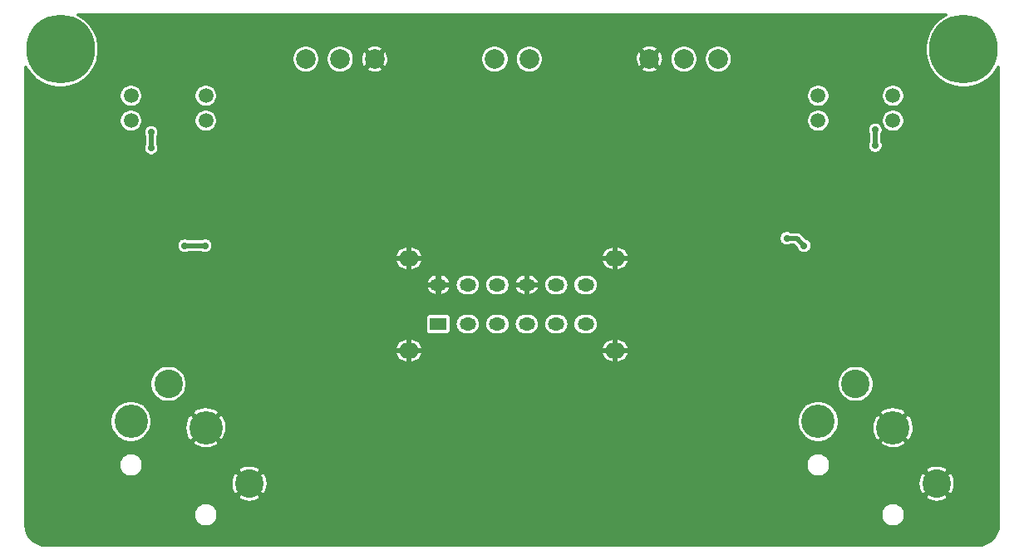
<source format=gbr>
%TF.GenerationSoftware,KiCad,Pcbnew,(5.1.6-0)*%
%TF.CreationDate,2024-01-20T12:42:55-08:00*%
%TF.ProjectId,input_buffer_bal_XLR_SMD_1206,696e7075-745f-4627-9566-6665725f6261,rev?*%
%TF.SameCoordinates,Original*%
%TF.FileFunction,Copper,L2,Bot*%
%TF.FilePolarity,Positive*%
%FSLAX46Y46*%
G04 Gerber Fmt 4.6, Leading zero omitted, Abs format (unit mm)*
G04 Created by KiCad (PCBNEW (5.1.6-0)) date 2024-01-20 12:42:55*
%MOMM*%
%LPD*%
G01*
G04 APERTURE LIST*
%TA.AperFunction,ComponentPad*%
%ADD10O,1.700000X1.300000*%
%TD*%
%TA.AperFunction,ComponentPad*%
%ADD11O,2.000000X1.600000*%
%TD*%
%TA.AperFunction,ComponentPad*%
%ADD12R,1.700000X1.300000*%
%TD*%
%TA.AperFunction,ComponentPad*%
%ADD13C,1.500000*%
%TD*%
%TA.AperFunction,ComponentPad*%
%ADD14C,2.000000*%
%TD*%
%TA.AperFunction,ComponentPad*%
%ADD15C,2.900000*%
%TD*%
%TA.AperFunction,ComponentPad*%
%ADD16C,3.400000*%
%TD*%
%TA.AperFunction,ComponentPad*%
%ADD17C,0.800000*%
%TD*%
%TA.AperFunction,ComponentPad*%
%ADD18C,7.000000*%
%TD*%
%TA.AperFunction,ViaPad*%
%ADD19C,0.800000*%
%TD*%
%TA.AperFunction,ViaPad*%
%ADD20C,0.700000*%
%TD*%
%TA.AperFunction,Conductor*%
%ADD21C,0.500000*%
%TD*%
%TA.AperFunction,Conductor*%
%ADD22C,0.300000*%
%TD*%
G04 APERTURE END LIST*
D10*
%TO.P,SW1,6*%
%TO.N,Net-(J3-Pad2)*%
X132500000Y-132000000D03*
%TO.P,SW1,5*%
%TO.N,Net-(R3-Pad2)*%
X129500000Y-132000000D03*
%TO.P,SW1,4*%
%TO.N,Net-(SW1-Pad1)*%
X126500000Y-132000000D03*
%TO.P,SW1,3*%
%TO.N,Net-(SW1-Pad3)*%
X123500000Y-132000000D03*
%TO.P,SW1,2*%
%TO.N,Net-(J2-Pad3)*%
X120500000Y-132000000D03*
%TO.P,SW1,12*%
%TO.N,Net-(J3-Pad3)*%
X132500000Y-128000000D03*
%TO.P,SW1,11*%
%TO.N,Net-(R4-Pad2)*%
X129500000Y-128000000D03*
%TO.P,SW1,10*%
%TO.N,GND*%
X126500000Y-128000000D03*
%TO.P,SW1,9*%
%TO.N,Net-(SW1-Pad3)*%
X123500000Y-128000000D03*
%TO.P,SW1,8*%
%TO.N,Net-(R2-Pad2)*%
X120500000Y-128000000D03*
D11*
%TO.P,SW1,13*%
%TO.N,GND*%
X114500000Y-134700000D03*
X135500000Y-134700000D03*
X135500000Y-125300000D03*
X114500000Y-125300000D03*
D10*
%TO.P,SW1,7*%
X117500000Y-128000000D03*
D12*
%TO.P,SW1,1*%
%TO.N,Net-(SW1-Pad1)*%
X117500000Y-132000000D03*
%TD*%
D13*
%TO.P,SW3,4*%
%TO.N,Net-(R17-Pad2)*%
X156190000Y-111270000D03*
%TO.P,SW3,3*%
%TO.N,Net-(R18-Pad2)*%
X156190000Y-108730000D03*
%TO.P,SW3,2*%
%TO.N,Net-(R13-Pad2)*%
X163810000Y-111270000D03*
%TO.P,SW3,1*%
X163810000Y-108730000D03*
%TD*%
%TO.P,SW2,4*%
%TO.N,Net-(R15-Pad2)*%
X93810000Y-108730000D03*
%TO.P,SW2,3*%
%TO.N,Net-(R16-Pad2)*%
X93810000Y-111270000D03*
%TO.P,SW2,2*%
%TO.N,Net-(R11-Pad2)*%
X86190000Y-108730000D03*
%TO.P,SW2,1*%
X86190000Y-111270000D03*
%TD*%
D14*
%TO.P,J6,3*%
%TO.N,GND*%
X139000000Y-105000000D03*
%TO.P,J6,2*%
%TO.N,Net-(J6-Pad2)*%
X142500000Y-105000000D03*
%TO.P,J6,1*%
%TO.N,Net-(J6-Pad1)*%
X146000000Y-105000000D03*
%TD*%
%TO.P,J5,3*%
%TO.N,Net-(J5-Pad3)*%
X104000000Y-105000000D03*
%TO.P,J5,2*%
%TO.N,Net-(J5-Pad2)*%
X107500000Y-105000000D03*
%TO.P,J5,1*%
%TO.N,GND*%
X111000000Y-105000000D03*
%TD*%
D15*
%TO.P,J3,G*%
%TO.N,GND*%
X168250000Y-148260000D03*
%TO.P,J3,3*%
%TO.N,Net-(J3-Pad3)*%
X160000000Y-138090000D03*
D16*
%TO.P,J3,2*%
%TO.N,Net-(J3-Pad2)*%
X156190000Y-141905000D03*
%TO.P,J3,1*%
%TO.N,GND*%
X163810000Y-142540000D03*
%TD*%
D14*
%TO.P,J1,2*%
%TO.N,-15V*%
X123250000Y-105000000D03*
%TO.P,J1,1*%
%TO.N,+15V*%
X126750000Y-105000000D03*
%TD*%
D17*
%TO.P,H2,1*%
%TO.N,N/C*%
X172856155Y-102143845D03*
X171000000Y-101375000D03*
X169143845Y-102143845D03*
X168375000Y-104000000D03*
X169143845Y-105856155D03*
X171000000Y-106625000D03*
X172856155Y-105856155D03*
X173625000Y-104000000D03*
D18*
X171000000Y-104000000D03*
%TD*%
D17*
%TO.P,H1,1*%
%TO.N,N/C*%
X80856155Y-102143845D03*
X79000000Y-101375000D03*
X77143845Y-102143845D03*
X76375000Y-104000000D03*
X77143845Y-105856155D03*
X79000000Y-106625000D03*
X80856155Y-105856155D03*
X81625000Y-104000000D03*
D18*
X79000000Y-104000000D03*
%TD*%
D15*
%TO.P,J2,G*%
%TO.N,GND*%
X98250000Y-148260000D03*
%TO.P,J2,3*%
%TO.N,Net-(J2-Pad3)*%
X90000000Y-138090000D03*
D16*
%TO.P,J2,2*%
%TO.N,Net-(J2-Pad2)*%
X86190000Y-141905000D03*
%TO.P,J2,1*%
%TO.N,GND*%
X93810000Y-142540000D03*
%TD*%
D19*
%TO.N,GND*%
X171250000Y-125750000D03*
X162000000Y-125750000D03*
X148500000Y-125750000D03*
X160000000Y-128500000D03*
X158000000Y-115750000D03*
X90000000Y-128500000D03*
X92000000Y-125750000D03*
X101250000Y-125750000D03*
X78750000Y-125750000D03*
X88000000Y-115750000D03*
D20*
X76901191Y-108972500D03*
X76901191Y-115972500D03*
X76901191Y-122972500D03*
X76901191Y-129972500D03*
X76901191Y-136972500D03*
X76901191Y-143972500D03*
X76901191Y-150972500D03*
X80901191Y-111972500D03*
X80250000Y-118972500D03*
X80901191Y-139972500D03*
X80901191Y-146972500D03*
X81901191Y-131972500D03*
X81901191Y-152972500D03*
X82901191Y-106972500D03*
X84901191Y-101972500D03*
X85500000Y-125750000D03*
X84901191Y-135972500D03*
X85901191Y-148972500D03*
X88901191Y-143972500D03*
X88901191Y-152972500D03*
X89901191Y-103972500D03*
X90000000Y-120750000D03*
X91901191Y-108972500D03*
X94000000Y-127500000D03*
X91901191Y-147972500D03*
X94750000Y-116750000D03*
X94901191Y-101972500D03*
X95500000Y-131750000D03*
X95901191Y-144972500D03*
X95901191Y-151972500D03*
X96901191Y-106972500D03*
X97901191Y-135972500D03*
X99901191Y-110972500D03*
X99901191Y-140972500D03*
X100901191Y-102972500D03*
X100901191Y-116972500D03*
X100901191Y-130972500D03*
X100901191Y-146972500D03*
X101901191Y-152972500D03*
X105750000Y-126750000D03*
X103901191Y-107972500D03*
X103901191Y-134972500D03*
X104901191Y-113972500D03*
X104901191Y-142972500D03*
X105901191Y-119972500D03*
X105901191Y-148972500D03*
X106901191Y-101972500D03*
X106901191Y-129972500D03*
X107901191Y-138972500D03*
X108901191Y-109972500D03*
X108901191Y-123972500D03*
X108901191Y-152972500D03*
X109901191Y-115972500D03*
X109901191Y-133972500D03*
X109901191Y-144972500D03*
X112901191Y-102972500D03*
X112901191Y-128972500D03*
X112901191Y-140972500D03*
X112901191Y-148972500D03*
X113901191Y-111972500D03*
X113901191Y-118972500D03*
X115901191Y-106972500D03*
X115901191Y-136972500D03*
X115901191Y-152972500D03*
X116901191Y-122972500D03*
X116901191Y-143972500D03*
X117901191Y-114972500D03*
X118901191Y-101972500D03*
X119901191Y-109972500D03*
X119901191Y-139972500D03*
X119901191Y-147972500D03*
X120901191Y-118972500D03*
X120901191Y-125972500D03*
X121901191Y-134972500D03*
X122901191Y-151972500D03*
X123901191Y-142972500D03*
X124901191Y-102972500D03*
X124901191Y-111972500D03*
X124901191Y-121972500D03*
X121750000Y-130000000D03*
X125901191Y-137972500D03*
X126901191Y-116972500D03*
X126901191Y-146972500D03*
X127901191Y-107972500D03*
X127901191Y-125972500D03*
X128901191Y-152972500D03*
X129901191Y-140972500D03*
X130901191Y-101972500D03*
X130901191Y-112972500D03*
X131901191Y-118972500D03*
X131901191Y-148972500D03*
X132901191Y-133972500D03*
X133901191Y-105972500D03*
X133901191Y-143972500D03*
X134901191Y-122972500D03*
X135901191Y-110972500D03*
X135901191Y-151972500D03*
X136901191Y-116972500D03*
X136901191Y-127972500D03*
X136901191Y-136972500D03*
X137901191Y-101972500D03*
X137901191Y-146972500D03*
X139901191Y-107972500D03*
X139901191Y-140972500D03*
X140901191Y-113972500D03*
X140901191Y-123972500D03*
X141901191Y-129972500D03*
X141901191Y-149972500D03*
X142901191Y-118972500D03*
X143901191Y-137972500D03*
X143901191Y-144972500D03*
X144901191Y-101972500D03*
X144901191Y-109972500D03*
X145901191Y-125972500D03*
X145901191Y-132972500D03*
X145901191Y-152972500D03*
X146750000Y-114000000D03*
X147901191Y-140972500D03*
X148901191Y-105972500D03*
X148901191Y-146750000D03*
X149901191Y-135972500D03*
X151901191Y-101972500D03*
X151901191Y-150972500D03*
X152250000Y-115750000D03*
X152901191Y-130972500D03*
X152901191Y-142972500D03*
X154901191Y-106972500D03*
X154901191Y-137750000D03*
X155500000Y-127500000D03*
X156901191Y-152972500D03*
X157901191Y-102972500D03*
X158250000Y-110000000D03*
X158250000Y-133972500D03*
X157901191Y-144972500D03*
X160000000Y-120750000D03*
X160901191Y-148972500D03*
X164250000Y-127500000D03*
X163750000Y-104972500D03*
X163901191Y-115972500D03*
X164901191Y-123972500D03*
X164901191Y-131972500D03*
X164901191Y-138972500D03*
X164901191Y-145972500D03*
X165901191Y-108972500D03*
X165901191Y-151972500D03*
X168901191Y-112972500D03*
X169500000Y-119972500D03*
X168901191Y-134972500D03*
X168901191Y-141972500D03*
X170901191Y-146972500D03*
X171901191Y-123972500D03*
X171901191Y-130972500D03*
X171901191Y-152972500D03*
X172901191Y-108972500D03*
X172901191Y-115972500D03*
X172901191Y-137972500D03*
X89901191Y-134750000D03*
X156250000Y-124000000D03*
X167000000Y-115750000D03*
%TO.N,+15V*%
X88250000Y-114050000D03*
X88250000Y-112450000D03*
X162000000Y-113800000D03*
X162000000Y-112200000D03*
%TO.N,-15V*%
X153000000Y-123250000D03*
X154750000Y-124000000D03*
X91675475Y-124002569D03*
X93750000Y-124000000D03*
%TD*%
D21*
%TO.N,+15V*%
X88250000Y-114050000D02*
X88250000Y-112450000D01*
X162000000Y-113800000D02*
X162000000Y-112200000D01*
%TO.N,-15V*%
X154000000Y-123250000D02*
X154750000Y-124000000D01*
X153000000Y-123250000D02*
X154000000Y-123250000D01*
X93747431Y-124002569D02*
X93750000Y-124000000D01*
X91675475Y-124002569D02*
X93747431Y-124002569D01*
%TD*%
D22*
%TO.N,GND*%
G36*
X169128974Y-100499556D02*
G01*
X168482022Y-100931835D01*
X167931835Y-101482022D01*
X167499556Y-102128974D01*
X167201797Y-102847828D01*
X167050000Y-103610959D01*
X167050000Y-104389041D01*
X167201797Y-105152172D01*
X167499556Y-105871026D01*
X167931835Y-106517978D01*
X168482022Y-107068165D01*
X169128974Y-107500444D01*
X169847828Y-107798203D01*
X170610959Y-107950000D01*
X171389041Y-107950000D01*
X172152172Y-107798203D01*
X172871026Y-107500444D01*
X173517978Y-107068165D01*
X174068165Y-106517978D01*
X174500444Y-105871026D01*
X174525001Y-105811740D01*
X174525000Y-152476769D01*
X174484200Y-152892881D01*
X174370099Y-153270801D01*
X174184769Y-153619356D01*
X173935263Y-153925281D01*
X173631093Y-154176912D01*
X173283834Y-154364674D01*
X172906727Y-154481408D01*
X172491978Y-154525000D01*
X77523231Y-154525000D01*
X77107119Y-154484200D01*
X76729199Y-154370099D01*
X76380644Y-154184769D01*
X76074719Y-153935263D01*
X75823088Y-153631093D01*
X75635326Y-153283834D01*
X75518592Y-152906727D01*
X75475000Y-152491978D01*
X75475000Y-151306886D01*
X92560000Y-151306886D01*
X92560000Y-151553114D01*
X92608037Y-151794611D01*
X92702265Y-152022097D01*
X92839062Y-152226828D01*
X93013172Y-152400938D01*
X93217903Y-152537735D01*
X93445389Y-152631963D01*
X93686886Y-152680000D01*
X93933114Y-152680000D01*
X94174611Y-152631963D01*
X94402097Y-152537735D01*
X94606828Y-152400938D01*
X94780938Y-152226828D01*
X94917735Y-152022097D01*
X95011963Y-151794611D01*
X95060000Y-151553114D01*
X95060000Y-151306886D01*
X162560000Y-151306886D01*
X162560000Y-151553114D01*
X162608037Y-151794611D01*
X162702265Y-152022097D01*
X162839062Y-152226828D01*
X163013172Y-152400938D01*
X163217903Y-152537735D01*
X163445389Y-152631963D01*
X163686886Y-152680000D01*
X163933114Y-152680000D01*
X164174611Y-152631963D01*
X164402097Y-152537735D01*
X164606828Y-152400938D01*
X164780938Y-152226828D01*
X164917735Y-152022097D01*
X165011963Y-151794611D01*
X165060000Y-151553114D01*
X165060000Y-151306886D01*
X165011963Y-151065389D01*
X164917735Y-150837903D01*
X164780938Y-150633172D01*
X164606828Y-150459062D01*
X164402097Y-150322265D01*
X164174611Y-150228037D01*
X163933114Y-150180000D01*
X163686886Y-150180000D01*
X163445389Y-150228037D01*
X163217903Y-150322265D01*
X163013172Y-150459062D01*
X162839062Y-150633172D01*
X162702265Y-150837903D01*
X162608037Y-151065389D01*
X162560000Y-151306886D01*
X95060000Y-151306886D01*
X95011963Y-151065389D01*
X94917735Y-150837903D01*
X94780938Y-150633172D01*
X94606828Y-150459062D01*
X94402097Y-150322265D01*
X94174611Y-150228037D01*
X93933114Y-150180000D01*
X93686886Y-150180000D01*
X93445389Y-150228037D01*
X93217903Y-150322265D01*
X93013172Y-150459062D01*
X92839062Y-150633172D01*
X92702265Y-150837903D01*
X92608037Y-151065389D01*
X92560000Y-151306886D01*
X75475000Y-151306886D01*
X75475000Y-149599195D01*
X97052226Y-149599195D01*
X97210247Y-149861227D01*
X97542610Y-150033306D01*
X97902157Y-150137237D01*
X98275071Y-150169027D01*
X98647022Y-150127455D01*
X99003716Y-150014118D01*
X99289753Y-149861227D01*
X99447774Y-149599195D01*
X167052226Y-149599195D01*
X167210247Y-149861227D01*
X167542610Y-150033306D01*
X167902157Y-150137237D01*
X168275071Y-150169027D01*
X168647022Y-150127455D01*
X169003716Y-150014118D01*
X169289753Y-149861227D01*
X169447774Y-149599195D01*
X168250000Y-148401421D01*
X167052226Y-149599195D01*
X99447774Y-149599195D01*
X98250000Y-148401421D01*
X97052226Y-149599195D01*
X75475000Y-149599195D01*
X75475000Y-148285071D01*
X96340973Y-148285071D01*
X96382545Y-148657022D01*
X96495882Y-149013716D01*
X96648773Y-149299753D01*
X96910805Y-149457774D01*
X98108579Y-148260000D01*
X98391421Y-148260000D01*
X99589195Y-149457774D01*
X99851227Y-149299753D01*
X100023306Y-148967390D01*
X100127237Y-148607843D01*
X100154752Y-148285071D01*
X166340973Y-148285071D01*
X166382545Y-148657022D01*
X166495882Y-149013716D01*
X166648773Y-149299753D01*
X166910805Y-149457774D01*
X168108579Y-148260000D01*
X168391421Y-148260000D01*
X169589195Y-149457774D01*
X169851227Y-149299753D01*
X170023306Y-148967390D01*
X170127237Y-148607843D01*
X170159027Y-148234929D01*
X170117455Y-147862978D01*
X170004118Y-147506284D01*
X169851227Y-147220247D01*
X169589195Y-147062226D01*
X168391421Y-148260000D01*
X168108579Y-148260000D01*
X166910805Y-147062226D01*
X166648773Y-147220247D01*
X166476694Y-147552610D01*
X166372763Y-147912157D01*
X166340973Y-148285071D01*
X100154752Y-148285071D01*
X100159027Y-148234929D01*
X100117455Y-147862978D01*
X100004118Y-147506284D01*
X99851227Y-147220247D01*
X99589195Y-147062226D01*
X98391421Y-148260000D01*
X98108579Y-148260000D01*
X96910805Y-147062226D01*
X96648773Y-147220247D01*
X96476694Y-147552610D01*
X96372763Y-147912157D01*
X96340973Y-148285071D01*
X75475000Y-148285071D01*
X75475000Y-146226886D01*
X84940000Y-146226886D01*
X84940000Y-146473114D01*
X84988037Y-146714611D01*
X85082265Y-146942097D01*
X85219062Y-147146828D01*
X85393172Y-147320938D01*
X85597903Y-147457735D01*
X85825389Y-147551963D01*
X86066886Y-147600000D01*
X86313114Y-147600000D01*
X86554611Y-147551963D01*
X86782097Y-147457735D01*
X86986828Y-147320938D01*
X87160938Y-147146828D01*
X87297735Y-146942097D01*
X87306554Y-146920805D01*
X97052226Y-146920805D01*
X98250000Y-148118579D01*
X99447774Y-146920805D01*
X99289753Y-146658773D01*
X98957390Y-146486694D01*
X98597843Y-146382763D01*
X98224929Y-146350973D01*
X97852978Y-146392545D01*
X97496284Y-146505882D01*
X97210247Y-146658773D01*
X97052226Y-146920805D01*
X87306554Y-146920805D01*
X87391963Y-146714611D01*
X87440000Y-146473114D01*
X87440000Y-146226886D01*
X154940000Y-146226886D01*
X154940000Y-146473114D01*
X154988037Y-146714611D01*
X155082265Y-146942097D01*
X155219062Y-147146828D01*
X155393172Y-147320938D01*
X155597903Y-147457735D01*
X155825389Y-147551963D01*
X156066886Y-147600000D01*
X156313114Y-147600000D01*
X156554611Y-147551963D01*
X156782097Y-147457735D01*
X156986828Y-147320938D01*
X157160938Y-147146828D01*
X157297735Y-146942097D01*
X157306554Y-146920805D01*
X167052226Y-146920805D01*
X168250000Y-148118579D01*
X169447774Y-146920805D01*
X169289753Y-146658773D01*
X168957390Y-146486694D01*
X168597843Y-146382763D01*
X168224929Y-146350973D01*
X167852978Y-146392545D01*
X167496284Y-146505882D01*
X167210247Y-146658773D01*
X167052226Y-146920805D01*
X157306554Y-146920805D01*
X157391963Y-146714611D01*
X157440000Y-146473114D01*
X157440000Y-146226886D01*
X157391963Y-145985389D01*
X157297735Y-145757903D01*
X157160938Y-145553172D01*
X156986828Y-145379062D01*
X156782097Y-145242265D01*
X156554611Y-145148037D01*
X156313114Y-145100000D01*
X156066886Y-145100000D01*
X155825389Y-145148037D01*
X155597903Y-145242265D01*
X155393172Y-145379062D01*
X155219062Y-145553172D01*
X155082265Y-145757903D01*
X154988037Y-145985389D01*
X154940000Y-146226886D01*
X87440000Y-146226886D01*
X87391963Y-145985389D01*
X87297735Y-145757903D01*
X87160938Y-145553172D01*
X86986828Y-145379062D01*
X86782097Y-145242265D01*
X86554611Y-145148037D01*
X86313114Y-145100000D01*
X86066886Y-145100000D01*
X85825389Y-145148037D01*
X85597903Y-145242265D01*
X85393172Y-145379062D01*
X85219062Y-145553172D01*
X85082265Y-145757903D01*
X84988037Y-145985389D01*
X84940000Y-146226886D01*
X75475000Y-146226886D01*
X75475000Y-144057069D01*
X92434352Y-144057069D01*
X92622410Y-144344708D01*
X92997310Y-144541718D01*
X93403442Y-144661804D01*
X93825197Y-144700350D01*
X94246368Y-144655874D01*
X94650770Y-144530087D01*
X94997590Y-144344708D01*
X95185648Y-144057069D01*
X162434352Y-144057069D01*
X162622410Y-144344708D01*
X162997310Y-144541718D01*
X163403442Y-144661804D01*
X163825197Y-144700350D01*
X164246368Y-144655874D01*
X164650770Y-144530087D01*
X164997590Y-144344708D01*
X165185648Y-144057069D01*
X163810000Y-142681421D01*
X162434352Y-144057069D01*
X95185648Y-144057069D01*
X93810000Y-142681421D01*
X92434352Y-144057069D01*
X75475000Y-144057069D01*
X75475000Y-141693243D01*
X84040000Y-141693243D01*
X84040000Y-142116757D01*
X84122623Y-142532132D01*
X84284695Y-142923407D01*
X84519986Y-143275545D01*
X84819455Y-143575014D01*
X85171593Y-143810305D01*
X85562868Y-143972377D01*
X85978243Y-144055000D01*
X86401757Y-144055000D01*
X86817132Y-143972377D01*
X87208407Y-143810305D01*
X87560545Y-143575014D01*
X87860014Y-143275545D01*
X88095305Y-142923407D01*
X88247823Y-142555197D01*
X91649650Y-142555197D01*
X91694126Y-142976368D01*
X91819913Y-143380770D01*
X92005292Y-143727590D01*
X92292931Y-143915648D01*
X93668579Y-142540000D01*
X93951421Y-142540000D01*
X95327069Y-143915648D01*
X95614708Y-143727590D01*
X95811718Y-143352690D01*
X95931804Y-142946558D01*
X95970350Y-142524803D01*
X95925874Y-142103632D01*
X95800087Y-141699230D01*
X95796887Y-141693243D01*
X154040000Y-141693243D01*
X154040000Y-142116757D01*
X154122623Y-142532132D01*
X154284695Y-142923407D01*
X154519986Y-143275545D01*
X154819455Y-143575014D01*
X155171593Y-143810305D01*
X155562868Y-143972377D01*
X155978243Y-144055000D01*
X156401757Y-144055000D01*
X156817132Y-143972377D01*
X157208407Y-143810305D01*
X157560545Y-143575014D01*
X157860014Y-143275545D01*
X158095305Y-142923407D01*
X158247823Y-142555197D01*
X161649650Y-142555197D01*
X161694126Y-142976368D01*
X161819913Y-143380770D01*
X162005292Y-143727590D01*
X162292931Y-143915648D01*
X163668579Y-142540000D01*
X163951421Y-142540000D01*
X165327069Y-143915648D01*
X165614708Y-143727590D01*
X165811718Y-143352690D01*
X165931804Y-142946558D01*
X165970350Y-142524803D01*
X165925874Y-142103632D01*
X165800087Y-141699230D01*
X165614708Y-141352410D01*
X165327069Y-141164352D01*
X163951421Y-142540000D01*
X163668579Y-142540000D01*
X162292931Y-141164352D01*
X162005292Y-141352410D01*
X161808282Y-141727310D01*
X161688196Y-142133442D01*
X161649650Y-142555197D01*
X158247823Y-142555197D01*
X158257377Y-142532132D01*
X158340000Y-142116757D01*
X158340000Y-141693243D01*
X158257377Y-141277868D01*
X158151779Y-141022931D01*
X162434352Y-141022931D01*
X163810000Y-142398579D01*
X165185648Y-141022931D01*
X164997590Y-140735292D01*
X164622690Y-140538282D01*
X164216558Y-140418196D01*
X163794803Y-140379650D01*
X163373632Y-140424126D01*
X162969230Y-140549913D01*
X162622410Y-140735292D01*
X162434352Y-141022931D01*
X158151779Y-141022931D01*
X158095305Y-140886593D01*
X157860014Y-140534455D01*
X157560545Y-140234986D01*
X157208407Y-139999695D01*
X156817132Y-139837623D01*
X156401757Y-139755000D01*
X155978243Y-139755000D01*
X155562868Y-139837623D01*
X155171593Y-139999695D01*
X154819455Y-140234986D01*
X154519986Y-140534455D01*
X154284695Y-140886593D01*
X154122623Y-141277868D01*
X154040000Y-141693243D01*
X95796887Y-141693243D01*
X95614708Y-141352410D01*
X95327069Y-141164352D01*
X93951421Y-142540000D01*
X93668579Y-142540000D01*
X92292931Y-141164352D01*
X92005292Y-141352410D01*
X91808282Y-141727310D01*
X91688196Y-142133442D01*
X91649650Y-142555197D01*
X88247823Y-142555197D01*
X88257377Y-142532132D01*
X88340000Y-142116757D01*
X88340000Y-141693243D01*
X88257377Y-141277868D01*
X88151779Y-141022931D01*
X92434352Y-141022931D01*
X93810000Y-142398579D01*
X95185648Y-141022931D01*
X94997590Y-140735292D01*
X94622690Y-140538282D01*
X94216558Y-140418196D01*
X93794803Y-140379650D01*
X93373632Y-140424126D01*
X92969230Y-140549913D01*
X92622410Y-140735292D01*
X92434352Y-141022931D01*
X88151779Y-141022931D01*
X88095305Y-140886593D01*
X87860014Y-140534455D01*
X87560545Y-140234986D01*
X87208407Y-139999695D01*
X86817132Y-139837623D01*
X86401757Y-139755000D01*
X85978243Y-139755000D01*
X85562868Y-139837623D01*
X85171593Y-139999695D01*
X84819455Y-140234986D01*
X84519986Y-140534455D01*
X84284695Y-140886593D01*
X84122623Y-141277868D01*
X84040000Y-141693243D01*
X75475000Y-141693243D01*
X75475000Y-137902866D01*
X88100000Y-137902866D01*
X88100000Y-138277134D01*
X88173016Y-138644209D01*
X88316242Y-138989987D01*
X88524174Y-139301179D01*
X88788821Y-139565826D01*
X89100013Y-139773758D01*
X89445791Y-139916984D01*
X89812866Y-139990000D01*
X90187134Y-139990000D01*
X90554209Y-139916984D01*
X90899987Y-139773758D01*
X91211179Y-139565826D01*
X91475826Y-139301179D01*
X91683758Y-138989987D01*
X91826984Y-138644209D01*
X91900000Y-138277134D01*
X91900000Y-137902866D01*
X158100000Y-137902866D01*
X158100000Y-138277134D01*
X158173016Y-138644209D01*
X158316242Y-138989987D01*
X158524174Y-139301179D01*
X158788821Y-139565826D01*
X159100013Y-139773758D01*
X159445791Y-139916984D01*
X159812866Y-139990000D01*
X160187134Y-139990000D01*
X160554209Y-139916984D01*
X160899987Y-139773758D01*
X161211179Y-139565826D01*
X161475826Y-139301179D01*
X161683758Y-138989987D01*
X161826984Y-138644209D01*
X161900000Y-138277134D01*
X161900000Y-137902866D01*
X161826984Y-137535791D01*
X161683758Y-137190013D01*
X161475826Y-136878821D01*
X161211179Y-136614174D01*
X160899987Y-136406242D01*
X160554209Y-136263016D01*
X160187134Y-136190000D01*
X159812866Y-136190000D01*
X159445791Y-136263016D01*
X159100013Y-136406242D01*
X158788821Y-136614174D01*
X158524174Y-136878821D01*
X158316242Y-137190013D01*
X158173016Y-137535791D01*
X158100000Y-137902866D01*
X91900000Y-137902866D01*
X91826984Y-137535791D01*
X91683758Y-137190013D01*
X91475826Y-136878821D01*
X91211179Y-136614174D01*
X90899987Y-136406242D01*
X90554209Y-136263016D01*
X90187134Y-136190000D01*
X89812866Y-136190000D01*
X89445791Y-136263016D01*
X89100013Y-136406242D01*
X88788821Y-136614174D01*
X88524174Y-136878821D01*
X88316242Y-137190013D01*
X88173016Y-137535791D01*
X88100000Y-137902866D01*
X75475000Y-137902866D01*
X75475000Y-134993685D01*
X113084990Y-134993685D01*
X113106881Y-135085967D01*
X113205105Y-135311317D01*
X113345405Y-135513174D01*
X113522390Y-135683781D01*
X113729258Y-135816582D01*
X113958059Y-135906473D01*
X114200000Y-135950000D01*
X114400000Y-135950000D01*
X114400000Y-134800000D01*
X114600000Y-134800000D01*
X114600000Y-135950000D01*
X114800000Y-135950000D01*
X115041941Y-135906473D01*
X115270742Y-135816582D01*
X115477610Y-135683781D01*
X115654595Y-135513174D01*
X115794895Y-135311317D01*
X115893119Y-135085967D01*
X115915010Y-134993685D01*
X134084990Y-134993685D01*
X134106881Y-135085967D01*
X134205105Y-135311317D01*
X134345405Y-135513174D01*
X134522390Y-135683781D01*
X134729258Y-135816582D01*
X134958059Y-135906473D01*
X135200000Y-135950000D01*
X135400000Y-135950000D01*
X135400000Y-134800000D01*
X135600000Y-134800000D01*
X135600000Y-135950000D01*
X135800000Y-135950000D01*
X136041941Y-135906473D01*
X136270742Y-135816582D01*
X136477610Y-135683781D01*
X136654595Y-135513174D01*
X136794895Y-135311317D01*
X136893119Y-135085967D01*
X136915010Y-134993685D01*
X136833096Y-134800000D01*
X135600000Y-134800000D01*
X135400000Y-134800000D01*
X134166904Y-134800000D01*
X134084990Y-134993685D01*
X115915010Y-134993685D01*
X115833096Y-134800000D01*
X114600000Y-134800000D01*
X114400000Y-134800000D01*
X113166904Y-134800000D01*
X113084990Y-134993685D01*
X75475000Y-134993685D01*
X75475000Y-134406315D01*
X113084990Y-134406315D01*
X113166904Y-134600000D01*
X114400000Y-134600000D01*
X114400000Y-133450000D01*
X114600000Y-133450000D01*
X114600000Y-134600000D01*
X115833096Y-134600000D01*
X115915010Y-134406315D01*
X134084990Y-134406315D01*
X134166904Y-134600000D01*
X135400000Y-134600000D01*
X135400000Y-133450000D01*
X135600000Y-133450000D01*
X135600000Y-134600000D01*
X136833096Y-134600000D01*
X136915010Y-134406315D01*
X136893119Y-134314033D01*
X136794895Y-134088683D01*
X136654595Y-133886826D01*
X136477610Y-133716219D01*
X136270742Y-133583418D01*
X136041941Y-133493527D01*
X135800000Y-133450000D01*
X135600000Y-133450000D01*
X135400000Y-133450000D01*
X135200000Y-133450000D01*
X134958059Y-133493527D01*
X134729258Y-133583418D01*
X134522390Y-133716219D01*
X134345405Y-133886826D01*
X134205105Y-134088683D01*
X134106881Y-134314033D01*
X134084990Y-134406315D01*
X115915010Y-134406315D01*
X115893119Y-134314033D01*
X115794895Y-134088683D01*
X115654595Y-133886826D01*
X115477610Y-133716219D01*
X115270742Y-133583418D01*
X115041941Y-133493527D01*
X114800000Y-133450000D01*
X114600000Y-133450000D01*
X114400000Y-133450000D01*
X114200000Y-133450000D01*
X113958059Y-133493527D01*
X113729258Y-133583418D01*
X113522390Y-133716219D01*
X113345405Y-133886826D01*
X113205105Y-134088683D01*
X113106881Y-134314033D01*
X113084990Y-134406315D01*
X75475000Y-134406315D01*
X75475000Y-131350000D01*
X116197823Y-131350000D01*
X116197823Y-132650000D01*
X116206511Y-132738215D01*
X116232243Y-132823041D01*
X116274029Y-132901216D01*
X116330263Y-132969737D01*
X116398784Y-133025971D01*
X116476959Y-133067757D01*
X116561785Y-133093489D01*
X116650000Y-133102177D01*
X118350000Y-133102177D01*
X118438215Y-133093489D01*
X118523041Y-133067757D01*
X118601216Y-133025971D01*
X118669737Y-132969737D01*
X118725971Y-132901216D01*
X118767757Y-132823041D01*
X118793489Y-132738215D01*
X118802177Y-132650000D01*
X118802177Y-132000000D01*
X119194678Y-132000000D01*
X119215916Y-132215638D01*
X119278816Y-132422988D01*
X119380958Y-132614084D01*
X119518419Y-132781581D01*
X119685916Y-132919042D01*
X119877012Y-133021184D01*
X120084362Y-133084084D01*
X120245964Y-133100000D01*
X120754036Y-133100000D01*
X120915638Y-133084084D01*
X121122988Y-133021184D01*
X121314084Y-132919042D01*
X121481581Y-132781581D01*
X121619042Y-132614084D01*
X121721184Y-132422988D01*
X121784084Y-132215638D01*
X121805322Y-132000000D01*
X122194678Y-132000000D01*
X122215916Y-132215638D01*
X122278816Y-132422988D01*
X122380958Y-132614084D01*
X122518419Y-132781581D01*
X122685916Y-132919042D01*
X122877012Y-133021184D01*
X123084362Y-133084084D01*
X123245964Y-133100000D01*
X123754036Y-133100000D01*
X123915638Y-133084084D01*
X124122988Y-133021184D01*
X124314084Y-132919042D01*
X124481581Y-132781581D01*
X124619042Y-132614084D01*
X124721184Y-132422988D01*
X124784084Y-132215638D01*
X124805322Y-132000000D01*
X125194678Y-132000000D01*
X125215916Y-132215638D01*
X125278816Y-132422988D01*
X125380958Y-132614084D01*
X125518419Y-132781581D01*
X125685916Y-132919042D01*
X125877012Y-133021184D01*
X126084362Y-133084084D01*
X126245964Y-133100000D01*
X126754036Y-133100000D01*
X126915638Y-133084084D01*
X127122988Y-133021184D01*
X127314084Y-132919042D01*
X127481581Y-132781581D01*
X127619042Y-132614084D01*
X127721184Y-132422988D01*
X127784084Y-132215638D01*
X127805322Y-132000000D01*
X128194678Y-132000000D01*
X128215916Y-132215638D01*
X128278816Y-132422988D01*
X128380958Y-132614084D01*
X128518419Y-132781581D01*
X128685916Y-132919042D01*
X128877012Y-133021184D01*
X129084362Y-133084084D01*
X129245964Y-133100000D01*
X129754036Y-133100000D01*
X129915638Y-133084084D01*
X130122988Y-133021184D01*
X130314084Y-132919042D01*
X130481581Y-132781581D01*
X130619042Y-132614084D01*
X130721184Y-132422988D01*
X130784084Y-132215638D01*
X130805322Y-132000000D01*
X131194678Y-132000000D01*
X131215916Y-132215638D01*
X131278816Y-132422988D01*
X131380958Y-132614084D01*
X131518419Y-132781581D01*
X131685916Y-132919042D01*
X131877012Y-133021184D01*
X132084362Y-133084084D01*
X132245964Y-133100000D01*
X132754036Y-133100000D01*
X132915638Y-133084084D01*
X133122988Y-133021184D01*
X133314084Y-132919042D01*
X133481581Y-132781581D01*
X133619042Y-132614084D01*
X133721184Y-132422988D01*
X133784084Y-132215638D01*
X133805322Y-132000000D01*
X133784084Y-131784362D01*
X133721184Y-131577012D01*
X133619042Y-131385916D01*
X133481581Y-131218419D01*
X133314084Y-131080958D01*
X133122988Y-130978816D01*
X132915638Y-130915916D01*
X132754036Y-130900000D01*
X132245964Y-130900000D01*
X132084362Y-130915916D01*
X131877012Y-130978816D01*
X131685916Y-131080958D01*
X131518419Y-131218419D01*
X131380958Y-131385916D01*
X131278816Y-131577012D01*
X131215916Y-131784362D01*
X131194678Y-132000000D01*
X130805322Y-132000000D01*
X130784084Y-131784362D01*
X130721184Y-131577012D01*
X130619042Y-131385916D01*
X130481581Y-131218419D01*
X130314084Y-131080958D01*
X130122988Y-130978816D01*
X129915638Y-130915916D01*
X129754036Y-130900000D01*
X129245964Y-130900000D01*
X129084362Y-130915916D01*
X128877012Y-130978816D01*
X128685916Y-131080958D01*
X128518419Y-131218419D01*
X128380958Y-131385916D01*
X128278816Y-131577012D01*
X128215916Y-131784362D01*
X128194678Y-132000000D01*
X127805322Y-132000000D01*
X127784084Y-131784362D01*
X127721184Y-131577012D01*
X127619042Y-131385916D01*
X127481581Y-131218419D01*
X127314084Y-131080958D01*
X127122988Y-130978816D01*
X126915638Y-130915916D01*
X126754036Y-130900000D01*
X126245964Y-130900000D01*
X126084362Y-130915916D01*
X125877012Y-130978816D01*
X125685916Y-131080958D01*
X125518419Y-131218419D01*
X125380958Y-131385916D01*
X125278816Y-131577012D01*
X125215916Y-131784362D01*
X125194678Y-132000000D01*
X124805322Y-132000000D01*
X124784084Y-131784362D01*
X124721184Y-131577012D01*
X124619042Y-131385916D01*
X124481581Y-131218419D01*
X124314084Y-131080958D01*
X124122988Y-130978816D01*
X123915638Y-130915916D01*
X123754036Y-130900000D01*
X123245964Y-130900000D01*
X123084362Y-130915916D01*
X122877012Y-130978816D01*
X122685916Y-131080958D01*
X122518419Y-131218419D01*
X122380958Y-131385916D01*
X122278816Y-131577012D01*
X122215916Y-131784362D01*
X122194678Y-132000000D01*
X121805322Y-132000000D01*
X121784084Y-131784362D01*
X121721184Y-131577012D01*
X121619042Y-131385916D01*
X121481581Y-131218419D01*
X121314084Y-131080958D01*
X121122988Y-130978816D01*
X120915638Y-130915916D01*
X120754036Y-130900000D01*
X120245964Y-130900000D01*
X120084362Y-130915916D01*
X119877012Y-130978816D01*
X119685916Y-131080958D01*
X119518419Y-131218419D01*
X119380958Y-131385916D01*
X119278816Y-131577012D01*
X119215916Y-131784362D01*
X119194678Y-132000000D01*
X118802177Y-132000000D01*
X118802177Y-131350000D01*
X118793489Y-131261785D01*
X118767757Y-131176959D01*
X118725971Y-131098784D01*
X118669737Y-131030263D01*
X118601216Y-130974029D01*
X118523041Y-130932243D01*
X118438215Y-130906511D01*
X118350000Y-130897823D01*
X116650000Y-130897823D01*
X116561785Y-130906511D01*
X116476959Y-130932243D01*
X116398784Y-130974029D01*
X116330263Y-131030263D01*
X116274029Y-131098784D01*
X116232243Y-131176959D01*
X116206511Y-131261785D01*
X116197823Y-131350000D01*
X75475000Y-131350000D01*
X75475000Y-128270134D01*
X116233685Y-128270134D01*
X116245465Y-128328564D01*
X116329827Y-128527980D01*
X116451472Y-128707106D01*
X116605726Y-128859059D01*
X116786660Y-128977999D01*
X116987322Y-129059355D01*
X117200000Y-129100000D01*
X117400000Y-129100000D01*
X117400000Y-128100000D01*
X117600000Y-128100000D01*
X117600000Y-129100000D01*
X117800000Y-129100000D01*
X118012678Y-129059355D01*
X118213340Y-128977999D01*
X118394274Y-128859059D01*
X118548528Y-128707106D01*
X118670173Y-128527980D01*
X118754535Y-128328564D01*
X118766315Y-128270134D01*
X118682424Y-128100000D01*
X117600000Y-128100000D01*
X117400000Y-128100000D01*
X116317576Y-128100000D01*
X116233685Y-128270134D01*
X75475000Y-128270134D01*
X75475000Y-128000000D01*
X119194678Y-128000000D01*
X119215916Y-128215638D01*
X119278816Y-128422988D01*
X119380958Y-128614084D01*
X119518419Y-128781581D01*
X119685916Y-128919042D01*
X119877012Y-129021184D01*
X120084362Y-129084084D01*
X120245964Y-129100000D01*
X120754036Y-129100000D01*
X120915638Y-129084084D01*
X121122988Y-129021184D01*
X121314084Y-128919042D01*
X121481581Y-128781581D01*
X121619042Y-128614084D01*
X121721184Y-128422988D01*
X121784084Y-128215638D01*
X121805322Y-128000000D01*
X122194678Y-128000000D01*
X122215916Y-128215638D01*
X122278816Y-128422988D01*
X122380958Y-128614084D01*
X122518419Y-128781581D01*
X122685916Y-128919042D01*
X122877012Y-129021184D01*
X123084362Y-129084084D01*
X123245964Y-129100000D01*
X123754036Y-129100000D01*
X123915638Y-129084084D01*
X124122988Y-129021184D01*
X124314084Y-128919042D01*
X124481581Y-128781581D01*
X124619042Y-128614084D01*
X124721184Y-128422988D01*
X124767552Y-128270134D01*
X125233685Y-128270134D01*
X125245465Y-128328564D01*
X125329827Y-128527980D01*
X125451472Y-128707106D01*
X125605726Y-128859059D01*
X125786660Y-128977999D01*
X125987322Y-129059355D01*
X126200000Y-129100000D01*
X126400000Y-129100000D01*
X126400000Y-128100000D01*
X126600000Y-128100000D01*
X126600000Y-129100000D01*
X126800000Y-129100000D01*
X127012678Y-129059355D01*
X127213340Y-128977999D01*
X127394274Y-128859059D01*
X127548528Y-128707106D01*
X127670173Y-128527980D01*
X127754535Y-128328564D01*
X127766315Y-128270134D01*
X127682424Y-128100000D01*
X126600000Y-128100000D01*
X126400000Y-128100000D01*
X125317576Y-128100000D01*
X125233685Y-128270134D01*
X124767552Y-128270134D01*
X124784084Y-128215638D01*
X124805322Y-128000000D01*
X128194678Y-128000000D01*
X128215916Y-128215638D01*
X128278816Y-128422988D01*
X128380958Y-128614084D01*
X128518419Y-128781581D01*
X128685916Y-128919042D01*
X128877012Y-129021184D01*
X129084362Y-129084084D01*
X129245964Y-129100000D01*
X129754036Y-129100000D01*
X129915638Y-129084084D01*
X130122988Y-129021184D01*
X130314084Y-128919042D01*
X130481581Y-128781581D01*
X130619042Y-128614084D01*
X130721184Y-128422988D01*
X130784084Y-128215638D01*
X130805322Y-128000000D01*
X131194678Y-128000000D01*
X131215916Y-128215638D01*
X131278816Y-128422988D01*
X131380958Y-128614084D01*
X131518419Y-128781581D01*
X131685916Y-128919042D01*
X131877012Y-129021184D01*
X132084362Y-129084084D01*
X132245964Y-129100000D01*
X132754036Y-129100000D01*
X132915638Y-129084084D01*
X133122988Y-129021184D01*
X133314084Y-128919042D01*
X133481581Y-128781581D01*
X133619042Y-128614084D01*
X133721184Y-128422988D01*
X133784084Y-128215638D01*
X133805322Y-128000000D01*
X133784084Y-127784362D01*
X133721184Y-127577012D01*
X133619042Y-127385916D01*
X133481581Y-127218419D01*
X133314084Y-127080958D01*
X133122988Y-126978816D01*
X132915638Y-126915916D01*
X132754036Y-126900000D01*
X132245964Y-126900000D01*
X132084362Y-126915916D01*
X131877012Y-126978816D01*
X131685916Y-127080958D01*
X131518419Y-127218419D01*
X131380958Y-127385916D01*
X131278816Y-127577012D01*
X131215916Y-127784362D01*
X131194678Y-128000000D01*
X130805322Y-128000000D01*
X130784084Y-127784362D01*
X130721184Y-127577012D01*
X130619042Y-127385916D01*
X130481581Y-127218419D01*
X130314084Y-127080958D01*
X130122988Y-126978816D01*
X129915638Y-126915916D01*
X129754036Y-126900000D01*
X129245964Y-126900000D01*
X129084362Y-126915916D01*
X128877012Y-126978816D01*
X128685916Y-127080958D01*
X128518419Y-127218419D01*
X128380958Y-127385916D01*
X128278816Y-127577012D01*
X128215916Y-127784362D01*
X128194678Y-128000000D01*
X124805322Y-128000000D01*
X124784084Y-127784362D01*
X124767553Y-127729866D01*
X125233685Y-127729866D01*
X125317576Y-127900000D01*
X126400000Y-127900000D01*
X126400000Y-126900000D01*
X126600000Y-126900000D01*
X126600000Y-127900000D01*
X127682424Y-127900000D01*
X127766315Y-127729866D01*
X127754535Y-127671436D01*
X127670173Y-127472020D01*
X127548528Y-127292894D01*
X127394274Y-127140941D01*
X127213340Y-127022001D01*
X127012678Y-126940645D01*
X126800000Y-126900000D01*
X126600000Y-126900000D01*
X126400000Y-126900000D01*
X126200000Y-126900000D01*
X125987322Y-126940645D01*
X125786660Y-127022001D01*
X125605726Y-127140941D01*
X125451472Y-127292894D01*
X125329827Y-127472020D01*
X125245465Y-127671436D01*
X125233685Y-127729866D01*
X124767553Y-127729866D01*
X124721184Y-127577012D01*
X124619042Y-127385916D01*
X124481581Y-127218419D01*
X124314084Y-127080958D01*
X124122988Y-126978816D01*
X123915638Y-126915916D01*
X123754036Y-126900000D01*
X123245964Y-126900000D01*
X123084362Y-126915916D01*
X122877012Y-126978816D01*
X122685916Y-127080958D01*
X122518419Y-127218419D01*
X122380958Y-127385916D01*
X122278816Y-127577012D01*
X122215916Y-127784362D01*
X122194678Y-128000000D01*
X121805322Y-128000000D01*
X121784084Y-127784362D01*
X121721184Y-127577012D01*
X121619042Y-127385916D01*
X121481581Y-127218419D01*
X121314084Y-127080958D01*
X121122988Y-126978816D01*
X120915638Y-126915916D01*
X120754036Y-126900000D01*
X120245964Y-126900000D01*
X120084362Y-126915916D01*
X119877012Y-126978816D01*
X119685916Y-127080958D01*
X119518419Y-127218419D01*
X119380958Y-127385916D01*
X119278816Y-127577012D01*
X119215916Y-127784362D01*
X119194678Y-128000000D01*
X75475000Y-128000000D01*
X75475000Y-127729866D01*
X116233685Y-127729866D01*
X116317576Y-127900000D01*
X117400000Y-127900000D01*
X117400000Y-126900000D01*
X117600000Y-126900000D01*
X117600000Y-127900000D01*
X118682424Y-127900000D01*
X118766315Y-127729866D01*
X118754535Y-127671436D01*
X118670173Y-127472020D01*
X118548528Y-127292894D01*
X118394274Y-127140941D01*
X118213340Y-127022001D01*
X118012678Y-126940645D01*
X117800000Y-126900000D01*
X117600000Y-126900000D01*
X117400000Y-126900000D01*
X117200000Y-126900000D01*
X116987322Y-126940645D01*
X116786660Y-127022001D01*
X116605726Y-127140941D01*
X116451472Y-127292894D01*
X116329827Y-127472020D01*
X116245465Y-127671436D01*
X116233685Y-127729866D01*
X75475000Y-127729866D01*
X75475000Y-125593685D01*
X113084990Y-125593685D01*
X113106881Y-125685967D01*
X113205105Y-125911317D01*
X113345405Y-126113174D01*
X113522390Y-126283781D01*
X113729258Y-126416582D01*
X113958059Y-126506473D01*
X114200000Y-126550000D01*
X114400000Y-126550000D01*
X114400000Y-125400000D01*
X114600000Y-125400000D01*
X114600000Y-126550000D01*
X114800000Y-126550000D01*
X115041941Y-126506473D01*
X115270742Y-126416582D01*
X115477610Y-126283781D01*
X115654595Y-126113174D01*
X115794895Y-125911317D01*
X115893119Y-125685967D01*
X115915010Y-125593685D01*
X134084990Y-125593685D01*
X134106881Y-125685967D01*
X134205105Y-125911317D01*
X134345405Y-126113174D01*
X134522390Y-126283781D01*
X134729258Y-126416582D01*
X134958059Y-126506473D01*
X135200000Y-126550000D01*
X135400000Y-126550000D01*
X135400000Y-125400000D01*
X135600000Y-125400000D01*
X135600000Y-126550000D01*
X135800000Y-126550000D01*
X136041941Y-126506473D01*
X136270742Y-126416582D01*
X136477610Y-126283781D01*
X136654595Y-126113174D01*
X136794895Y-125911317D01*
X136893119Y-125685967D01*
X136915010Y-125593685D01*
X136833096Y-125400000D01*
X135600000Y-125400000D01*
X135400000Y-125400000D01*
X134166904Y-125400000D01*
X134084990Y-125593685D01*
X115915010Y-125593685D01*
X115833096Y-125400000D01*
X114600000Y-125400000D01*
X114400000Y-125400000D01*
X113166904Y-125400000D01*
X113084990Y-125593685D01*
X75475000Y-125593685D01*
X75475000Y-125006315D01*
X113084990Y-125006315D01*
X113166904Y-125200000D01*
X114400000Y-125200000D01*
X114400000Y-124050000D01*
X114600000Y-124050000D01*
X114600000Y-125200000D01*
X115833096Y-125200000D01*
X115915010Y-125006315D01*
X134084990Y-125006315D01*
X134166904Y-125200000D01*
X135400000Y-125200000D01*
X135400000Y-124050000D01*
X135600000Y-124050000D01*
X135600000Y-125200000D01*
X136833096Y-125200000D01*
X136915010Y-125006315D01*
X136893119Y-124914033D01*
X136794895Y-124688683D01*
X136654595Y-124486826D01*
X136477610Y-124316219D01*
X136270742Y-124183418D01*
X136041941Y-124093527D01*
X135800000Y-124050000D01*
X135600000Y-124050000D01*
X135400000Y-124050000D01*
X135200000Y-124050000D01*
X134958059Y-124093527D01*
X134729258Y-124183418D01*
X134522390Y-124316219D01*
X134345405Y-124486826D01*
X134205105Y-124688683D01*
X134106881Y-124914033D01*
X134084990Y-125006315D01*
X115915010Y-125006315D01*
X115893119Y-124914033D01*
X115794895Y-124688683D01*
X115654595Y-124486826D01*
X115477610Y-124316219D01*
X115270742Y-124183418D01*
X115041941Y-124093527D01*
X114800000Y-124050000D01*
X114600000Y-124050000D01*
X114400000Y-124050000D01*
X114200000Y-124050000D01*
X113958059Y-124093527D01*
X113729258Y-124183418D01*
X113522390Y-124316219D01*
X113345405Y-124486826D01*
X113205105Y-124688683D01*
X113106881Y-124914033D01*
X113084990Y-125006315D01*
X75475000Y-125006315D01*
X75475000Y-123923776D01*
X90875475Y-123923776D01*
X90875475Y-124081362D01*
X90906218Y-124235920D01*
X90966524Y-124381511D01*
X91054074Y-124512539D01*
X91165505Y-124623970D01*
X91296533Y-124711520D01*
X91442124Y-124771826D01*
X91596682Y-124802569D01*
X91754268Y-124802569D01*
X91908826Y-124771826D01*
X92054417Y-124711520D01*
X92067813Y-124702569D01*
X93361507Y-124702569D01*
X93371058Y-124708951D01*
X93516649Y-124769257D01*
X93671207Y-124800000D01*
X93828793Y-124800000D01*
X93983351Y-124769257D01*
X94128942Y-124708951D01*
X94259970Y-124621401D01*
X94371401Y-124509970D01*
X94458951Y-124378942D01*
X94519257Y-124233351D01*
X94550000Y-124078793D01*
X94550000Y-123921207D01*
X94519257Y-123766649D01*
X94458951Y-123621058D01*
X94371401Y-123490030D01*
X94259970Y-123378599D01*
X94128942Y-123291049D01*
X93983351Y-123230743D01*
X93828793Y-123200000D01*
X93671207Y-123200000D01*
X93516649Y-123230743D01*
X93371058Y-123291049D01*
X93353817Y-123302569D01*
X92067813Y-123302569D01*
X92054417Y-123293618D01*
X91908826Y-123233312D01*
X91754268Y-123202569D01*
X91596682Y-123202569D01*
X91442124Y-123233312D01*
X91296533Y-123293618D01*
X91165505Y-123381168D01*
X91054074Y-123492599D01*
X90966524Y-123623627D01*
X90906218Y-123769218D01*
X90875475Y-123923776D01*
X75475000Y-123923776D01*
X75475000Y-123171207D01*
X152200000Y-123171207D01*
X152200000Y-123328793D01*
X152230743Y-123483351D01*
X152291049Y-123628942D01*
X152378599Y-123759970D01*
X152490030Y-123871401D01*
X152621058Y-123958951D01*
X152766649Y-124019257D01*
X152921207Y-124050000D01*
X153078793Y-124050000D01*
X153233351Y-124019257D01*
X153378942Y-123958951D01*
X153392338Y-123950000D01*
X153710051Y-123950000D01*
X153977600Y-124217550D01*
X153980743Y-124233351D01*
X154041049Y-124378942D01*
X154128599Y-124509970D01*
X154240030Y-124621401D01*
X154371058Y-124708951D01*
X154516649Y-124769257D01*
X154671207Y-124800000D01*
X154828793Y-124800000D01*
X154983351Y-124769257D01*
X155128942Y-124708951D01*
X155259970Y-124621401D01*
X155371401Y-124509970D01*
X155458951Y-124378942D01*
X155519257Y-124233351D01*
X155550000Y-124078793D01*
X155550000Y-123921207D01*
X155519257Y-123766649D01*
X155458951Y-123621058D01*
X155371401Y-123490030D01*
X155259970Y-123378599D01*
X155128942Y-123291049D01*
X154983351Y-123230743D01*
X154967550Y-123227600D01*
X154519296Y-122779347D01*
X154497370Y-122752630D01*
X154390781Y-122665155D01*
X154269175Y-122600155D01*
X154137224Y-122560128D01*
X154034390Y-122550000D01*
X154034387Y-122550000D01*
X154000000Y-122546613D01*
X153965613Y-122550000D01*
X153392338Y-122550000D01*
X153378942Y-122541049D01*
X153233351Y-122480743D01*
X153078793Y-122450000D01*
X152921207Y-122450000D01*
X152766649Y-122480743D01*
X152621058Y-122541049D01*
X152490030Y-122628599D01*
X152378599Y-122740030D01*
X152291049Y-122871058D01*
X152230743Y-123016649D01*
X152200000Y-123171207D01*
X75475000Y-123171207D01*
X75475000Y-111151810D01*
X84990000Y-111151810D01*
X84990000Y-111388190D01*
X85036116Y-111620027D01*
X85126574Y-111838413D01*
X85257899Y-112034955D01*
X85425045Y-112202101D01*
X85621587Y-112333426D01*
X85839973Y-112423884D01*
X86071810Y-112470000D01*
X86308190Y-112470000D01*
X86540027Y-112423884D01*
X86667201Y-112371207D01*
X87450000Y-112371207D01*
X87450000Y-112528793D01*
X87480743Y-112683351D01*
X87541049Y-112828942D01*
X87550001Y-112842339D01*
X87550000Y-113657661D01*
X87541049Y-113671058D01*
X87480743Y-113816649D01*
X87450000Y-113971207D01*
X87450000Y-114128793D01*
X87480743Y-114283351D01*
X87541049Y-114428942D01*
X87628599Y-114559970D01*
X87740030Y-114671401D01*
X87871058Y-114758951D01*
X88016649Y-114819257D01*
X88171207Y-114850000D01*
X88328793Y-114850000D01*
X88483351Y-114819257D01*
X88628942Y-114758951D01*
X88759970Y-114671401D01*
X88871401Y-114559970D01*
X88958951Y-114428942D01*
X89019257Y-114283351D01*
X89050000Y-114128793D01*
X89050000Y-113971207D01*
X89019257Y-113816649D01*
X88958951Y-113671058D01*
X88950000Y-113657662D01*
X88950000Y-112842338D01*
X88958951Y-112828942D01*
X89019257Y-112683351D01*
X89050000Y-112528793D01*
X89050000Y-112371207D01*
X89019257Y-112216649D01*
X88958951Y-112071058D01*
X88871401Y-111940030D01*
X88759970Y-111828599D01*
X88628942Y-111741049D01*
X88483351Y-111680743D01*
X88328793Y-111650000D01*
X88171207Y-111650000D01*
X88016649Y-111680743D01*
X87871058Y-111741049D01*
X87740030Y-111828599D01*
X87628599Y-111940030D01*
X87541049Y-112071058D01*
X87480743Y-112216649D01*
X87450000Y-112371207D01*
X86667201Y-112371207D01*
X86758413Y-112333426D01*
X86954955Y-112202101D01*
X87122101Y-112034955D01*
X87253426Y-111838413D01*
X87343884Y-111620027D01*
X87390000Y-111388190D01*
X87390000Y-111151810D01*
X92610000Y-111151810D01*
X92610000Y-111388190D01*
X92656116Y-111620027D01*
X92746574Y-111838413D01*
X92877899Y-112034955D01*
X93045045Y-112202101D01*
X93241587Y-112333426D01*
X93459973Y-112423884D01*
X93691810Y-112470000D01*
X93928190Y-112470000D01*
X94160027Y-112423884D01*
X94378413Y-112333426D01*
X94574955Y-112202101D01*
X94742101Y-112034955D01*
X94873426Y-111838413D01*
X94963884Y-111620027D01*
X95010000Y-111388190D01*
X95010000Y-111151810D01*
X154990000Y-111151810D01*
X154990000Y-111388190D01*
X155036116Y-111620027D01*
X155126574Y-111838413D01*
X155257899Y-112034955D01*
X155425045Y-112202101D01*
X155621587Y-112333426D01*
X155839973Y-112423884D01*
X156071810Y-112470000D01*
X156308190Y-112470000D01*
X156540027Y-112423884D01*
X156758413Y-112333426D01*
X156954955Y-112202101D01*
X157035849Y-112121207D01*
X161200000Y-112121207D01*
X161200000Y-112278793D01*
X161230743Y-112433351D01*
X161291049Y-112578942D01*
X161300001Y-112592339D01*
X161300000Y-113407661D01*
X161291049Y-113421058D01*
X161230743Y-113566649D01*
X161200000Y-113721207D01*
X161200000Y-113878793D01*
X161230743Y-114033351D01*
X161291049Y-114178942D01*
X161378599Y-114309970D01*
X161490030Y-114421401D01*
X161621058Y-114508951D01*
X161766649Y-114569257D01*
X161921207Y-114600000D01*
X162078793Y-114600000D01*
X162233351Y-114569257D01*
X162378942Y-114508951D01*
X162509970Y-114421401D01*
X162621401Y-114309970D01*
X162708951Y-114178942D01*
X162769257Y-114033351D01*
X162800000Y-113878793D01*
X162800000Y-113721207D01*
X162769257Y-113566649D01*
X162708951Y-113421058D01*
X162700000Y-113407662D01*
X162700000Y-112592338D01*
X162708951Y-112578942D01*
X162769257Y-112433351D01*
X162800000Y-112278793D01*
X162800000Y-112121207D01*
X162769257Y-111966649D01*
X162708951Y-111821058D01*
X162621401Y-111690030D01*
X162509970Y-111578599D01*
X162378942Y-111491049D01*
X162233351Y-111430743D01*
X162078793Y-111400000D01*
X161921207Y-111400000D01*
X161766649Y-111430743D01*
X161621058Y-111491049D01*
X161490030Y-111578599D01*
X161378599Y-111690030D01*
X161291049Y-111821058D01*
X161230743Y-111966649D01*
X161200000Y-112121207D01*
X157035849Y-112121207D01*
X157122101Y-112034955D01*
X157253426Y-111838413D01*
X157343884Y-111620027D01*
X157390000Y-111388190D01*
X157390000Y-111151810D01*
X162610000Y-111151810D01*
X162610000Y-111388190D01*
X162656116Y-111620027D01*
X162746574Y-111838413D01*
X162877899Y-112034955D01*
X163045045Y-112202101D01*
X163241587Y-112333426D01*
X163459973Y-112423884D01*
X163691810Y-112470000D01*
X163928190Y-112470000D01*
X164160027Y-112423884D01*
X164378413Y-112333426D01*
X164574955Y-112202101D01*
X164742101Y-112034955D01*
X164873426Y-111838413D01*
X164963884Y-111620027D01*
X165010000Y-111388190D01*
X165010000Y-111151810D01*
X164963884Y-110919973D01*
X164873426Y-110701587D01*
X164742101Y-110505045D01*
X164574955Y-110337899D01*
X164378413Y-110206574D01*
X164160027Y-110116116D01*
X163928190Y-110070000D01*
X163691810Y-110070000D01*
X163459973Y-110116116D01*
X163241587Y-110206574D01*
X163045045Y-110337899D01*
X162877899Y-110505045D01*
X162746574Y-110701587D01*
X162656116Y-110919973D01*
X162610000Y-111151810D01*
X157390000Y-111151810D01*
X157343884Y-110919973D01*
X157253426Y-110701587D01*
X157122101Y-110505045D01*
X156954955Y-110337899D01*
X156758413Y-110206574D01*
X156540027Y-110116116D01*
X156308190Y-110070000D01*
X156071810Y-110070000D01*
X155839973Y-110116116D01*
X155621587Y-110206574D01*
X155425045Y-110337899D01*
X155257899Y-110505045D01*
X155126574Y-110701587D01*
X155036116Y-110919973D01*
X154990000Y-111151810D01*
X95010000Y-111151810D01*
X94963884Y-110919973D01*
X94873426Y-110701587D01*
X94742101Y-110505045D01*
X94574955Y-110337899D01*
X94378413Y-110206574D01*
X94160027Y-110116116D01*
X93928190Y-110070000D01*
X93691810Y-110070000D01*
X93459973Y-110116116D01*
X93241587Y-110206574D01*
X93045045Y-110337899D01*
X92877899Y-110505045D01*
X92746574Y-110701587D01*
X92656116Y-110919973D01*
X92610000Y-111151810D01*
X87390000Y-111151810D01*
X87343884Y-110919973D01*
X87253426Y-110701587D01*
X87122101Y-110505045D01*
X86954955Y-110337899D01*
X86758413Y-110206574D01*
X86540027Y-110116116D01*
X86308190Y-110070000D01*
X86071810Y-110070000D01*
X85839973Y-110116116D01*
X85621587Y-110206574D01*
X85425045Y-110337899D01*
X85257899Y-110505045D01*
X85126574Y-110701587D01*
X85036116Y-110919973D01*
X84990000Y-111151810D01*
X75475000Y-111151810D01*
X75475000Y-108611810D01*
X84990000Y-108611810D01*
X84990000Y-108848190D01*
X85036116Y-109080027D01*
X85126574Y-109298413D01*
X85257899Y-109494955D01*
X85425045Y-109662101D01*
X85621587Y-109793426D01*
X85839973Y-109883884D01*
X86071810Y-109930000D01*
X86308190Y-109930000D01*
X86540027Y-109883884D01*
X86758413Y-109793426D01*
X86954955Y-109662101D01*
X87122101Y-109494955D01*
X87253426Y-109298413D01*
X87343884Y-109080027D01*
X87390000Y-108848190D01*
X87390000Y-108611810D01*
X92610000Y-108611810D01*
X92610000Y-108848190D01*
X92656116Y-109080027D01*
X92746574Y-109298413D01*
X92877899Y-109494955D01*
X93045045Y-109662101D01*
X93241587Y-109793426D01*
X93459973Y-109883884D01*
X93691810Y-109930000D01*
X93928190Y-109930000D01*
X94160027Y-109883884D01*
X94378413Y-109793426D01*
X94574955Y-109662101D01*
X94742101Y-109494955D01*
X94873426Y-109298413D01*
X94963884Y-109080027D01*
X95010000Y-108848190D01*
X95010000Y-108611810D01*
X154990000Y-108611810D01*
X154990000Y-108848190D01*
X155036116Y-109080027D01*
X155126574Y-109298413D01*
X155257899Y-109494955D01*
X155425045Y-109662101D01*
X155621587Y-109793426D01*
X155839973Y-109883884D01*
X156071810Y-109930000D01*
X156308190Y-109930000D01*
X156540027Y-109883884D01*
X156758413Y-109793426D01*
X156954955Y-109662101D01*
X157122101Y-109494955D01*
X157253426Y-109298413D01*
X157343884Y-109080027D01*
X157390000Y-108848190D01*
X157390000Y-108611810D01*
X162610000Y-108611810D01*
X162610000Y-108848190D01*
X162656116Y-109080027D01*
X162746574Y-109298413D01*
X162877899Y-109494955D01*
X163045045Y-109662101D01*
X163241587Y-109793426D01*
X163459973Y-109883884D01*
X163691810Y-109930000D01*
X163928190Y-109930000D01*
X164160027Y-109883884D01*
X164378413Y-109793426D01*
X164574955Y-109662101D01*
X164742101Y-109494955D01*
X164873426Y-109298413D01*
X164963884Y-109080027D01*
X165010000Y-108848190D01*
X165010000Y-108611810D01*
X164963884Y-108379973D01*
X164873426Y-108161587D01*
X164742101Y-107965045D01*
X164574955Y-107797899D01*
X164378413Y-107666574D01*
X164160027Y-107576116D01*
X163928190Y-107530000D01*
X163691810Y-107530000D01*
X163459973Y-107576116D01*
X163241587Y-107666574D01*
X163045045Y-107797899D01*
X162877899Y-107965045D01*
X162746574Y-108161587D01*
X162656116Y-108379973D01*
X162610000Y-108611810D01*
X157390000Y-108611810D01*
X157343884Y-108379973D01*
X157253426Y-108161587D01*
X157122101Y-107965045D01*
X156954955Y-107797899D01*
X156758413Y-107666574D01*
X156540027Y-107576116D01*
X156308190Y-107530000D01*
X156071810Y-107530000D01*
X155839973Y-107576116D01*
X155621587Y-107666574D01*
X155425045Y-107797899D01*
X155257899Y-107965045D01*
X155126574Y-108161587D01*
X155036116Y-108379973D01*
X154990000Y-108611810D01*
X95010000Y-108611810D01*
X94963884Y-108379973D01*
X94873426Y-108161587D01*
X94742101Y-107965045D01*
X94574955Y-107797899D01*
X94378413Y-107666574D01*
X94160027Y-107576116D01*
X93928190Y-107530000D01*
X93691810Y-107530000D01*
X93459973Y-107576116D01*
X93241587Y-107666574D01*
X93045045Y-107797899D01*
X92877899Y-107965045D01*
X92746574Y-108161587D01*
X92656116Y-108379973D01*
X92610000Y-108611810D01*
X87390000Y-108611810D01*
X87343884Y-108379973D01*
X87253426Y-108161587D01*
X87122101Y-107965045D01*
X86954955Y-107797899D01*
X86758413Y-107666574D01*
X86540027Y-107576116D01*
X86308190Y-107530000D01*
X86071810Y-107530000D01*
X85839973Y-107576116D01*
X85621587Y-107666574D01*
X85425045Y-107797899D01*
X85257899Y-107965045D01*
X85126574Y-108161587D01*
X85036116Y-108379973D01*
X84990000Y-108611810D01*
X75475000Y-108611810D01*
X75475000Y-105811743D01*
X75499556Y-105871026D01*
X75931835Y-106517978D01*
X76482022Y-107068165D01*
X77128974Y-107500444D01*
X77847828Y-107798203D01*
X78610959Y-107950000D01*
X79389041Y-107950000D01*
X80152172Y-107798203D01*
X80871026Y-107500444D01*
X81517978Y-107068165D01*
X82068165Y-106517978D01*
X82500444Y-105871026D01*
X82798203Y-105152172D01*
X82856879Y-104857187D01*
X102550000Y-104857187D01*
X102550000Y-105142813D01*
X102605723Y-105422949D01*
X102715027Y-105686833D01*
X102873711Y-105924321D01*
X103075679Y-106126289D01*
X103313167Y-106284973D01*
X103577051Y-106394277D01*
X103857187Y-106450000D01*
X104142813Y-106450000D01*
X104422949Y-106394277D01*
X104686833Y-106284973D01*
X104924321Y-106126289D01*
X105126289Y-105924321D01*
X105284973Y-105686833D01*
X105394277Y-105422949D01*
X105450000Y-105142813D01*
X105450000Y-104857187D01*
X106050000Y-104857187D01*
X106050000Y-105142813D01*
X106105723Y-105422949D01*
X106215027Y-105686833D01*
X106373711Y-105924321D01*
X106575679Y-106126289D01*
X106813167Y-106284973D01*
X107077051Y-106394277D01*
X107357187Y-106450000D01*
X107642813Y-106450000D01*
X107922949Y-106394277D01*
X108186833Y-106284973D01*
X108424321Y-106126289D01*
X108531816Y-106018794D01*
X110122628Y-106018794D01*
X110226509Y-106234750D01*
X110482259Y-106361925D01*
X110757906Y-106436762D01*
X111042856Y-106456386D01*
X111326159Y-106420042D01*
X111596928Y-106329125D01*
X111773491Y-106234750D01*
X111877372Y-106018794D01*
X111000000Y-105141421D01*
X110122628Y-106018794D01*
X108531816Y-106018794D01*
X108626289Y-105924321D01*
X108784973Y-105686833D01*
X108894277Y-105422949D01*
X108950000Y-105142813D01*
X108950000Y-105042856D01*
X109543614Y-105042856D01*
X109579958Y-105326159D01*
X109670875Y-105596928D01*
X109765250Y-105773491D01*
X109981206Y-105877372D01*
X110858579Y-105000000D01*
X111141421Y-105000000D01*
X112018794Y-105877372D01*
X112234750Y-105773491D01*
X112361925Y-105517741D01*
X112436762Y-105242094D01*
X112456386Y-104957144D01*
X112443563Y-104857187D01*
X121800000Y-104857187D01*
X121800000Y-105142813D01*
X121855723Y-105422949D01*
X121965027Y-105686833D01*
X122123711Y-105924321D01*
X122325679Y-106126289D01*
X122563167Y-106284973D01*
X122827051Y-106394277D01*
X123107187Y-106450000D01*
X123392813Y-106450000D01*
X123672949Y-106394277D01*
X123936833Y-106284973D01*
X124174321Y-106126289D01*
X124376289Y-105924321D01*
X124534973Y-105686833D01*
X124644277Y-105422949D01*
X124700000Y-105142813D01*
X124700000Y-104857187D01*
X125300000Y-104857187D01*
X125300000Y-105142813D01*
X125355723Y-105422949D01*
X125465027Y-105686833D01*
X125623711Y-105924321D01*
X125825679Y-106126289D01*
X126063167Y-106284973D01*
X126327051Y-106394277D01*
X126607187Y-106450000D01*
X126892813Y-106450000D01*
X127172949Y-106394277D01*
X127436833Y-106284973D01*
X127674321Y-106126289D01*
X127781816Y-106018794D01*
X138122628Y-106018794D01*
X138226509Y-106234750D01*
X138482259Y-106361925D01*
X138757906Y-106436762D01*
X139042856Y-106456386D01*
X139326159Y-106420042D01*
X139596928Y-106329125D01*
X139773491Y-106234750D01*
X139877372Y-106018794D01*
X139000000Y-105141421D01*
X138122628Y-106018794D01*
X127781816Y-106018794D01*
X127876289Y-105924321D01*
X128034973Y-105686833D01*
X128144277Y-105422949D01*
X128200000Y-105142813D01*
X128200000Y-105042856D01*
X137543614Y-105042856D01*
X137579958Y-105326159D01*
X137670875Y-105596928D01*
X137765250Y-105773491D01*
X137981206Y-105877372D01*
X138858579Y-105000000D01*
X139141421Y-105000000D01*
X140018794Y-105877372D01*
X140234750Y-105773491D01*
X140361925Y-105517741D01*
X140436762Y-105242094D01*
X140456386Y-104957144D01*
X140443563Y-104857187D01*
X141050000Y-104857187D01*
X141050000Y-105142813D01*
X141105723Y-105422949D01*
X141215027Y-105686833D01*
X141373711Y-105924321D01*
X141575679Y-106126289D01*
X141813167Y-106284973D01*
X142077051Y-106394277D01*
X142357187Y-106450000D01*
X142642813Y-106450000D01*
X142922949Y-106394277D01*
X143186833Y-106284973D01*
X143424321Y-106126289D01*
X143626289Y-105924321D01*
X143784973Y-105686833D01*
X143894277Y-105422949D01*
X143950000Y-105142813D01*
X143950000Y-104857187D01*
X144550000Y-104857187D01*
X144550000Y-105142813D01*
X144605723Y-105422949D01*
X144715027Y-105686833D01*
X144873711Y-105924321D01*
X145075679Y-106126289D01*
X145313167Y-106284973D01*
X145577051Y-106394277D01*
X145857187Y-106450000D01*
X146142813Y-106450000D01*
X146422949Y-106394277D01*
X146686833Y-106284973D01*
X146924321Y-106126289D01*
X147126289Y-105924321D01*
X147284973Y-105686833D01*
X147394277Y-105422949D01*
X147450000Y-105142813D01*
X147450000Y-104857187D01*
X147394277Y-104577051D01*
X147284973Y-104313167D01*
X147126289Y-104075679D01*
X146924321Y-103873711D01*
X146686833Y-103715027D01*
X146422949Y-103605723D01*
X146142813Y-103550000D01*
X145857187Y-103550000D01*
X145577051Y-103605723D01*
X145313167Y-103715027D01*
X145075679Y-103873711D01*
X144873711Y-104075679D01*
X144715027Y-104313167D01*
X144605723Y-104577051D01*
X144550000Y-104857187D01*
X143950000Y-104857187D01*
X143894277Y-104577051D01*
X143784973Y-104313167D01*
X143626289Y-104075679D01*
X143424321Y-103873711D01*
X143186833Y-103715027D01*
X142922949Y-103605723D01*
X142642813Y-103550000D01*
X142357187Y-103550000D01*
X142077051Y-103605723D01*
X141813167Y-103715027D01*
X141575679Y-103873711D01*
X141373711Y-104075679D01*
X141215027Y-104313167D01*
X141105723Y-104577051D01*
X141050000Y-104857187D01*
X140443563Y-104857187D01*
X140420042Y-104673841D01*
X140329125Y-104403072D01*
X140234750Y-104226509D01*
X140018794Y-104122628D01*
X139141421Y-105000000D01*
X138858579Y-105000000D01*
X137981206Y-104122628D01*
X137765250Y-104226509D01*
X137638075Y-104482259D01*
X137563238Y-104757906D01*
X137543614Y-105042856D01*
X128200000Y-105042856D01*
X128200000Y-104857187D01*
X128144277Y-104577051D01*
X128034973Y-104313167D01*
X127876289Y-104075679D01*
X127781816Y-103981206D01*
X138122628Y-103981206D01*
X139000000Y-104858579D01*
X139877372Y-103981206D01*
X139773491Y-103765250D01*
X139517741Y-103638075D01*
X139242094Y-103563238D01*
X138957144Y-103543614D01*
X138673841Y-103579958D01*
X138403072Y-103670875D01*
X138226509Y-103765250D01*
X138122628Y-103981206D01*
X127781816Y-103981206D01*
X127674321Y-103873711D01*
X127436833Y-103715027D01*
X127172949Y-103605723D01*
X126892813Y-103550000D01*
X126607187Y-103550000D01*
X126327051Y-103605723D01*
X126063167Y-103715027D01*
X125825679Y-103873711D01*
X125623711Y-104075679D01*
X125465027Y-104313167D01*
X125355723Y-104577051D01*
X125300000Y-104857187D01*
X124700000Y-104857187D01*
X124644277Y-104577051D01*
X124534973Y-104313167D01*
X124376289Y-104075679D01*
X124174321Y-103873711D01*
X123936833Y-103715027D01*
X123672949Y-103605723D01*
X123392813Y-103550000D01*
X123107187Y-103550000D01*
X122827051Y-103605723D01*
X122563167Y-103715027D01*
X122325679Y-103873711D01*
X122123711Y-104075679D01*
X121965027Y-104313167D01*
X121855723Y-104577051D01*
X121800000Y-104857187D01*
X112443563Y-104857187D01*
X112420042Y-104673841D01*
X112329125Y-104403072D01*
X112234750Y-104226509D01*
X112018794Y-104122628D01*
X111141421Y-105000000D01*
X110858579Y-105000000D01*
X109981206Y-104122628D01*
X109765250Y-104226509D01*
X109638075Y-104482259D01*
X109563238Y-104757906D01*
X109543614Y-105042856D01*
X108950000Y-105042856D01*
X108950000Y-104857187D01*
X108894277Y-104577051D01*
X108784973Y-104313167D01*
X108626289Y-104075679D01*
X108531816Y-103981206D01*
X110122628Y-103981206D01*
X111000000Y-104858579D01*
X111877372Y-103981206D01*
X111773491Y-103765250D01*
X111517741Y-103638075D01*
X111242094Y-103563238D01*
X110957144Y-103543614D01*
X110673841Y-103579958D01*
X110403072Y-103670875D01*
X110226509Y-103765250D01*
X110122628Y-103981206D01*
X108531816Y-103981206D01*
X108424321Y-103873711D01*
X108186833Y-103715027D01*
X107922949Y-103605723D01*
X107642813Y-103550000D01*
X107357187Y-103550000D01*
X107077051Y-103605723D01*
X106813167Y-103715027D01*
X106575679Y-103873711D01*
X106373711Y-104075679D01*
X106215027Y-104313167D01*
X106105723Y-104577051D01*
X106050000Y-104857187D01*
X105450000Y-104857187D01*
X105394277Y-104577051D01*
X105284973Y-104313167D01*
X105126289Y-104075679D01*
X104924321Y-103873711D01*
X104686833Y-103715027D01*
X104422949Y-103605723D01*
X104142813Y-103550000D01*
X103857187Y-103550000D01*
X103577051Y-103605723D01*
X103313167Y-103715027D01*
X103075679Y-103873711D01*
X102873711Y-104075679D01*
X102715027Y-104313167D01*
X102605723Y-104577051D01*
X102550000Y-104857187D01*
X82856879Y-104857187D01*
X82950000Y-104389041D01*
X82950000Y-103610959D01*
X82798203Y-102847828D01*
X82500444Y-102128974D01*
X82068165Y-101482022D01*
X81517978Y-100931835D01*
X80871026Y-100499556D01*
X80811743Y-100475000D01*
X169188257Y-100475000D01*
X169128974Y-100499556D01*
G37*
X169128974Y-100499556D02*
X168482022Y-100931835D01*
X167931835Y-101482022D01*
X167499556Y-102128974D01*
X167201797Y-102847828D01*
X167050000Y-103610959D01*
X167050000Y-104389041D01*
X167201797Y-105152172D01*
X167499556Y-105871026D01*
X167931835Y-106517978D01*
X168482022Y-107068165D01*
X169128974Y-107500444D01*
X169847828Y-107798203D01*
X170610959Y-107950000D01*
X171389041Y-107950000D01*
X172152172Y-107798203D01*
X172871026Y-107500444D01*
X173517978Y-107068165D01*
X174068165Y-106517978D01*
X174500444Y-105871026D01*
X174525001Y-105811740D01*
X174525000Y-152476769D01*
X174484200Y-152892881D01*
X174370099Y-153270801D01*
X174184769Y-153619356D01*
X173935263Y-153925281D01*
X173631093Y-154176912D01*
X173283834Y-154364674D01*
X172906727Y-154481408D01*
X172491978Y-154525000D01*
X77523231Y-154525000D01*
X77107119Y-154484200D01*
X76729199Y-154370099D01*
X76380644Y-154184769D01*
X76074719Y-153935263D01*
X75823088Y-153631093D01*
X75635326Y-153283834D01*
X75518592Y-152906727D01*
X75475000Y-152491978D01*
X75475000Y-151306886D01*
X92560000Y-151306886D01*
X92560000Y-151553114D01*
X92608037Y-151794611D01*
X92702265Y-152022097D01*
X92839062Y-152226828D01*
X93013172Y-152400938D01*
X93217903Y-152537735D01*
X93445389Y-152631963D01*
X93686886Y-152680000D01*
X93933114Y-152680000D01*
X94174611Y-152631963D01*
X94402097Y-152537735D01*
X94606828Y-152400938D01*
X94780938Y-152226828D01*
X94917735Y-152022097D01*
X95011963Y-151794611D01*
X95060000Y-151553114D01*
X95060000Y-151306886D01*
X162560000Y-151306886D01*
X162560000Y-151553114D01*
X162608037Y-151794611D01*
X162702265Y-152022097D01*
X162839062Y-152226828D01*
X163013172Y-152400938D01*
X163217903Y-152537735D01*
X163445389Y-152631963D01*
X163686886Y-152680000D01*
X163933114Y-152680000D01*
X164174611Y-152631963D01*
X164402097Y-152537735D01*
X164606828Y-152400938D01*
X164780938Y-152226828D01*
X164917735Y-152022097D01*
X165011963Y-151794611D01*
X165060000Y-151553114D01*
X165060000Y-151306886D01*
X165011963Y-151065389D01*
X164917735Y-150837903D01*
X164780938Y-150633172D01*
X164606828Y-150459062D01*
X164402097Y-150322265D01*
X164174611Y-150228037D01*
X163933114Y-150180000D01*
X163686886Y-150180000D01*
X163445389Y-150228037D01*
X163217903Y-150322265D01*
X163013172Y-150459062D01*
X162839062Y-150633172D01*
X162702265Y-150837903D01*
X162608037Y-151065389D01*
X162560000Y-151306886D01*
X95060000Y-151306886D01*
X95011963Y-151065389D01*
X94917735Y-150837903D01*
X94780938Y-150633172D01*
X94606828Y-150459062D01*
X94402097Y-150322265D01*
X94174611Y-150228037D01*
X93933114Y-150180000D01*
X93686886Y-150180000D01*
X93445389Y-150228037D01*
X93217903Y-150322265D01*
X93013172Y-150459062D01*
X92839062Y-150633172D01*
X92702265Y-150837903D01*
X92608037Y-151065389D01*
X92560000Y-151306886D01*
X75475000Y-151306886D01*
X75475000Y-149599195D01*
X97052226Y-149599195D01*
X97210247Y-149861227D01*
X97542610Y-150033306D01*
X97902157Y-150137237D01*
X98275071Y-150169027D01*
X98647022Y-150127455D01*
X99003716Y-150014118D01*
X99289753Y-149861227D01*
X99447774Y-149599195D01*
X167052226Y-149599195D01*
X167210247Y-149861227D01*
X167542610Y-150033306D01*
X167902157Y-150137237D01*
X168275071Y-150169027D01*
X168647022Y-150127455D01*
X169003716Y-150014118D01*
X169289753Y-149861227D01*
X169447774Y-149599195D01*
X168250000Y-148401421D01*
X167052226Y-149599195D01*
X99447774Y-149599195D01*
X98250000Y-148401421D01*
X97052226Y-149599195D01*
X75475000Y-149599195D01*
X75475000Y-148285071D01*
X96340973Y-148285071D01*
X96382545Y-148657022D01*
X96495882Y-149013716D01*
X96648773Y-149299753D01*
X96910805Y-149457774D01*
X98108579Y-148260000D01*
X98391421Y-148260000D01*
X99589195Y-149457774D01*
X99851227Y-149299753D01*
X100023306Y-148967390D01*
X100127237Y-148607843D01*
X100154752Y-148285071D01*
X166340973Y-148285071D01*
X166382545Y-148657022D01*
X166495882Y-149013716D01*
X166648773Y-149299753D01*
X166910805Y-149457774D01*
X168108579Y-148260000D01*
X168391421Y-148260000D01*
X169589195Y-149457774D01*
X169851227Y-149299753D01*
X170023306Y-148967390D01*
X170127237Y-148607843D01*
X170159027Y-148234929D01*
X170117455Y-147862978D01*
X170004118Y-147506284D01*
X169851227Y-147220247D01*
X169589195Y-147062226D01*
X168391421Y-148260000D01*
X168108579Y-148260000D01*
X166910805Y-147062226D01*
X166648773Y-147220247D01*
X166476694Y-147552610D01*
X166372763Y-147912157D01*
X166340973Y-148285071D01*
X100154752Y-148285071D01*
X100159027Y-148234929D01*
X100117455Y-147862978D01*
X100004118Y-147506284D01*
X99851227Y-147220247D01*
X99589195Y-147062226D01*
X98391421Y-148260000D01*
X98108579Y-148260000D01*
X96910805Y-147062226D01*
X96648773Y-147220247D01*
X96476694Y-147552610D01*
X96372763Y-147912157D01*
X96340973Y-148285071D01*
X75475000Y-148285071D01*
X75475000Y-146226886D01*
X84940000Y-146226886D01*
X84940000Y-146473114D01*
X84988037Y-146714611D01*
X85082265Y-146942097D01*
X85219062Y-147146828D01*
X85393172Y-147320938D01*
X85597903Y-147457735D01*
X85825389Y-147551963D01*
X86066886Y-147600000D01*
X86313114Y-147600000D01*
X86554611Y-147551963D01*
X86782097Y-147457735D01*
X86986828Y-147320938D01*
X87160938Y-147146828D01*
X87297735Y-146942097D01*
X87306554Y-146920805D01*
X97052226Y-146920805D01*
X98250000Y-148118579D01*
X99447774Y-146920805D01*
X99289753Y-146658773D01*
X98957390Y-146486694D01*
X98597843Y-146382763D01*
X98224929Y-146350973D01*
X97852978Y-146392545D01*
X97496284Y-146505882D01*
X97210247Y-146658773D01*
X97052226Y-146920805D01*
X87306554Y-146920805D01*
X87391963Y-146714611D01*
X87440000Y-146473114D01*
X87440000Y-146226886D01*
X154940000Y-146226886D01*
X154940000Y-146473114D01*
X154988037Y-146714611D01*
X155082265Y-146942097D01*
X155219062Y-147146828D01*
X155393172Y-147320938D01*
X155597903Y-147457735D01*
X155825389Y-147551963D01*
X156066886Y-147600000D01*
X156313114Y-147600000D01*
X156554611Y-147551963D01*
X156782097Y-147457735D01*
X156986828Y-147320938D01*
X157160938Y-147146828D01*
X157297735Y-146942097D01*
X157306554Y-146920805D01*
X167052226Y-146920805D01*
X168250000Y-148118579D01*
X169447774Y-146920805D01*
X169289753Y-146658773D01*
X168957390Y-146486694D01*
X168597843Y-146382763D01*
X168224929Y-146350973D01*
X167852978Y-146392545D01*
X167496284Y-146505882D01*
X167210247Y-146658773D01*
X167052226Y-146920805D01*
X157306554Y-146920805D01*
X157391963Y-146714611D01*
X157440000Y-146473114D01*
X157440000Y-146226886D01*
X157391963Y-145985389D01*
X157297735Y-145757903D01*
X157160938Y-145553172D01*
X156986828Y-145379062D01*
X156782097Y-145242265D01*
X156554611Y-145148037D01*
X156313114Y-145100000D01*
X156066886Y-145100000D01*
X155825389Y-145148037D01*
X155597903Y-145242265D01*
X155393172Y-145379062D01*
X155219062Y-145553172D01*
X155082265Y-145757903D01*
X154988037Y-145985389D01*
X154940000Y-146226886D01*
X87440000Y-146226886D01*
X87391963Y-145985389D01*
X87297735Y-145757903D01*
X87160938Y-145553172D01*
X86986828Y-145379062D01*
X86782097Y-145242265D01*
X86554611Y-145148037D01*
X86313114Y-145100000D01*
X86066886Y-145100000D01*
X85825389Y-145148037D01*
X85597903Y-145242265D01*
X85393172Y-145379062D01*
X85219062Y-145553172D01*
X85082265Y-145757903D01*
X84988037Y-145985389D01*
X84940000Y-146226886D01*
X75475000Y-146226886D01*
X75475000Y-144057069D01*
X92434352Y-144057069D01*
X92622410Y-144344708D01*
X92997310Y-144541718D01*
X93403442Y-144661804D01*
X93825197Y-144700350D01*
X94246368Y-144655874D01*
X94650770Y-144530087D01*
X94997590Y-144344708D01*
X95185648Y-144057069D01*
X162434352Y-144057069D01*
X162622410Y-144344708D01*
X162997310Y-144541718D01*
X163403442Y-144661804D01*
X163825197Y-144700350D01*
X164246368Y-144655874D01*
X164650770Y-144530087D01*
X164997590Y-144344708D01*
X165185648Y-144057069D01*
X163810000Y-142681421D01*
X162434352Y-144057069D01*
X95185648Y-144057069D01*
X93810000Y-142681421D01*
X92434352Y-144057069D01*
X75475000Y-144057069D01*
X75475000Y-141693243D01*
X84040000Y-141693243D01*
X84040000Y-142116757D01*
X84122623Y-142532132D01*
X84284695Y-142923407D01*
X84519986Y-143275545D01*
X84819455Y-143575014D01*
X85171593Y-143810305D01*
X85562868Y-143972377D01*
X85978243Y-144055000D01*
X86401757Y-144055000D01*
X86817132Y-143972377D01*
X87208407Y-143810305D01*
X87560545Y-143575014D01*
X87860014Y-143275545D01*
X88095305Y-142923407D01*
X88247823Y-142555197D01*
X91649650Y-142555197D01*
X91694126Y-142976368D01*
X91819913Y-143380770D01*
X92005292Y-143727590D01*
X92292931Y-143915648D01*
X93668579Y-142540000D01*
X93951421Y-142540000D01*
X95327069Y-143915648D01*
X95614708Y-143727590D01*
X95811718Y-143352690D01*
X95931804Y-142946558D01*
X95970350Y-142524803D01*
X95925874Y-142103632D01*
X95800087Y-141699230D01*
X95796887Y-141693243D01*
X154040000Y-141693243D01*
X154040000Y-142116757D01*
X154122623Y-142532132D01*
X154284695Y-142923407D01*
X154519986Y-143275545D01*
X154819455Y-143575014D01*
X155171593Y-143810305D01*
X155562868Y-143972377D01*
X155978243Y-144055000D01*
X156401757Y-144055000D01*
X156817132Y-143972377D01*
X157208407Y-143810305D01*
X157560545Y-143575014D01*
X157860014Y-143275545D01*
X158095305Y-142923407D01*
X158247823Y-142555197D01*
X161649650Y-142555197D01*
X161694126Y-142976368D01*
X161819913Y-143380770D01*
X162005292Y-143727590D01*
X162292931Y-143915648D01*
X163668579Y-142540000D01*
X163951421Y-142540000D01*
X165327069Y-143915648D01*
X165614708Y-143727590D01*
X165811718Y-143352690D01*
X165931804Y-142946558D01*
X165970350Y-142524803D01*
X165925874Y-142103632D01*
X165800087Y-141699230D01*
X165614708Y-141352410D01*
X165327069Y-141164352D01*
X163951421Y-142540000D01*
X163668579Y-142540000D01*
X162292931Y-141164352D01*
X162005292Y-141352410D01*
X161808282Y-141727310D01*
X161688196Y-142133442D01*
X161649650Y-142555197D01*
X158247823Y-142555197D01*
X158257377Y-142532132D01*
X158340000Y-142116757D01*
X158340000Y-141693243D01*
X158257377Y-141277868D01*
X158151779Y-141022931D01*
X162434352Y-141022931D01*
X163810000Y-142398579D01*
X165185648Y-141022931D01*
X164997590Y-140735292D01*
X164622690Y-140538282D01*
X164216558Y-140418196D01*
X163794803Y-140379650D01*
X163373632Y-140424126D01*
X162969230Y-140549913D01*
X162622410Y-140735292D01*
X162434352Y-141022931D01*
X158151779Y-141022931D01*
X158095305Y-140886593D01*
X157860014Y-140534455D01*
X157560545Y-140234986D01*
X157208407Y-139999695D01*
X156817132Y-139837623D01*
X156401757Y-139755000D01*
X155978243Y-139755000D01*
X155562868Y-139837623D01*
X155171593Y-139999695D01*
X154819455Y-140234986D01*
X154519986Y-140534455D01*
X154284695Y-140886593D01*
X154122623Y-141277868D01*
X154040000Y-141693243D01*
X95796887Y-141693243D01*
X95614708Y-141352410D01*
X95327069Y-141164352D01*
X93951421Y-142540000D01*
X93668579Y-142540000D01*
X92292931Y-141164352D01*
X92005292Y-141352410D01*
X91808282Y-141727310D01*
X91688196Y-142133442D01*
X91649650Y-142555197D01*
X88247823Y-142555197D01*
X88257377Y-142532132D01*
X88340000Y-142116757D01*
X88340000Y-141693243D01*
X88257377Y-141277868D01*
X88151779Y-141022931D01*
X92434352Y-141022931D01*
X93810000Y-142398579D01*
X95185648Y-141022931D01*
X94997590Y-140735292D01*
X94622690Y-140538282D01*
X94216558Y-140418196D01*
X93794803Y-140379650D01*
X93373632Y-140424126D01*
X92969230Y-140549913D01*
X92622410Y-140735292D01*
X92434352Y-141022931D01*
X88151779Y-141022931D01*
X88095305Y-140886593D01*
X87860014Y-140534455D01*
X87560545Y-140234986D01*
X87208407Y-139999695D01*
X86817132Y-139837623D01*
X86401757Y-139755000D01*
X85978243Y-139755000D01*
X85562868Y-139837623D01*
X85171593Y-139999695D01*
X84819455Y-140234986D01*
X84519986Y-140534455D01*
X84284695Y-140886593D01*
X84122623Y-141277868D01*
X84040000Y-141693243D01*
X75475000Y-141693243D01*
X75475000Y-137902866D01*
X88100000Y-137902866D01*
X88100000Y-138277134D01*
X88173016Y-138644209D01*
X88316242Y-138989987D01*
X88524174Y-139301179D01*
X88788821Y-139565826D01*
X89100013Y-139773758D01*
X89445791Y-139916984D01*
X89812866Y-139990000D01*
X90187134Y-139990000D01*
X90554209Y-139916984D01*
X90899987Y-139773758D01*
X91211179Y-139565826D01*
X91475826Y-139301179D01*
X91683758Y-138989987D01*
X91826984Y-138644209D01*
X91900000Y-138277134D01*
X91900000Y-137902866D01*
X158100000Y-137902866D01*
X158100000Y-138277134D01*
X158173016Y-138644209D01*
X158316242Y-138989987D01*
X158524174Y-139301179D01*
X158788821Y-139565826D01*
X159100013Y-139773758D01*
X159445791Y-139916984D01*
X159812866Y-139990000D01*
X160187134Y-139990000D01*
X160554209Y-139916984D01*
X160899987Y-139773758D01*
X161211179Y-139565826D01*
X161475826Y-139301179D01*
X161683758Y-138989987D01*
X161826984Y-138644209D01*
X161900000Y-138277134D01*
X161900000Y-137902866D01*
X161826984Y-137535791D01*
X161683758Y-137190013D01*
X161475826Y-136878821D01*
X161211179Y-136614174D01*
X160899987Y-136406242D01*
X160554209Y-136263016D01*
X160187134Y-136190000D01*
X159812866Y-136190000D01*
X159445791Y-136263016D01*
X159100013Y-136406242D01*
X158788821Y-136614174D01*
X158524174Y-136878821D01*
X158316242Y-137190013D01*
X158173016Y-137535791D01*
X158100000Y-137902866D01*
X91900000Y-137902866D01*
X91826984Y-137535791D01*
X91683758Y-137190013D01*
X91475826Y-136878821D01*
X91211179Y-136614174D01*
X90899987Y-136406242D01*
X90554209Y-136263016D01*
X90187134Y-136190000D01*
X89812866Y-136190000D01*
X89445791Y-136263016D01*
X89100013Y-136406242D01*
X88788821Y-136614174D01*
X88524174Y-136878821D01*
X88316242Y-137190013D01*
X88173016Y-137535791D01*
X88100000Y-137902866D01*
X75475000Y-137902866D01*
X75475000Y-134993685D01*
X113084990Y-134993685D01*
X113106881Y-135085967D01*
X113205105Y-135311317D01*
X113345405Y-135513174D01*
X113522390Y-135683781D01*
X113729258Y-135816582D01*
X113958059Y-135906473D01*
X114200000Y-135950000D01*
X114400000Y-135950000D01*
X114400000Y-134800000D01*
X114600000Y-134800000D01*
X114600000Y-135950000D01*
X114800000Y-135950000D01*
X115041941Y-135906473D01*
X115270742Y-135816582D01*
X115477610Y-135683781D01*
X115654595Y-135513174D01*
X115794895Y-135311317D01*
X115893119Y-135085967D01*
X115915010Y-134993685D01*
X134084990Y-134993685D01*
X134106881Y-135085967D01*
X134205105Y-135311317D01*
X134345405Y-135513174D01*
X134522390Y-135683781D01*
X134729258Y-135816582D01*
X134958059Y-135906473D01*
X135200000Y-135950000D01*
X135400000Y-135950000D01*
X135400000Y-134800000D01*
X135600000Y-134800000D01*
X135600000Y-135950000D01*
X135800000Y-135950000D01*
X136041941Y-135906473D01*
X136270742Y-135816582D01*
X136477610Y-135683781D01*
X136654595Y-135513174D01*
X136794895Y-135311317D01*
X136893119Y-135085967D01*
X136915010Y-134993685D01*
X136833096Y-134800000D01*
X135600000Y-134800000D01*
X135400000Y-134800000D01*
X134166904Y-134800000D01*
X134084990Y-134993685D01*
X115915010Y-134993685D01*
X115833096Y-134800000D01*
X114600000Y-134800000D01*
X114400000Y-134800000D01*
X113166904Y-134800000D01*
X113084990Y-134993685D01*
X75475000Y-134993685D01*
X75475000Y-134406315D01*
X113084990Y-134406315D01*
X113166904Y-134600000D01*
X114400000Y-134600000D01*
X114400000Y-133450000D01*
X114600000Y-133450000D01*
X114600000Y-134600000D01*
X115833096Y-134600000D01*
X115915010Y-134406315D01*
X134084990Y-134406315D01*
X134166904Y-134600000D01*
X135400000Y-134600000D01*
X135400000Y-133450000D01*
X135600000Y-133450000D01*
X135600000Y-134600000D01*
X136833096Y-134600000D01*
X136915010Y-134406315D01*
X136893119Y-134314033D01*
X136794895Y-134088683D01*
X136654595Y-133886826D01*
X136477610Y-133716219D01*
X136270742Y-133583418D01*
X136041941Y-133493527D01*
X135800000Y-133450000D01*
X135600000Y-133450000D01*
X135400000Y-133450000D01*
X135200000Y-133450000D01*
X134958059Y-133493527D01*
X134729258Y-133583418D01*
X134522390Y-133716219D01*
X134345405Y-133886826D01*
X134205105Y-134088683D01*
X134106881Y-134314033D01*
X134084990Y-134406315D01*
X115915010Y-134406315D01*
X115893119Y-134314033D01*
X115794895Y-134088683D01*
X115654595Y-133886826D01*
X115477610Y-133716219D01*
X115270742Y-133583418D01*
X115041941Y-133493527D01*
X114800000Y-133450000D01*
X114600000Y-133450000D01*
X114400000Y-133450000D01*
X114200000Y-133450000D01*
X113958059Y-133493527D01*
X113729258Y-133583418D01*
X113522390Y-133716219D01*
X113345405Y-133886826D01*
X113205105Y-134088683D01*
X113106881Y-134314033D01*
X113084990Y-134406315D01*
X75475000Y-134406315D01*
X75475000Y-131350000D01*
X116197823Y-131350000D01*
X116197823Y-132650000D01*
X116206511Y-132738215D01*
X116232243Y-132823041D01*
X116274029Y-132901216D01*
X116330263Y-132969737D01*
X116398784Y-133025971D01*
X116476959Y-133067757D01*
X116561785Y-133093489D01*
X116650000Y-133102177D01*
X118350000Y-133102177D01*
X118438215Y-133093489D01*
X118523041Y-133067757D01*
X118601216Y-133025971D01*
X118669737Y-132969737D01*
X118725971Y-132901216D01*
X118767757Y-132823041D01*
X118793489Y-132738215D01*
X118802177Y-132650000D01*
X118802177Y-132000000D01*
X119194678Y-132000000D01*
X119215916Y-132215638D01*
X119278816Y-132422988D01*
X119380958Y-132614084D01*
X119518419Y-132781581D01*
X119685916Y-132919042D01*
X119877012Y-133021184D01*
X120084362Y-133084084D01*
X120245964Y-133100000D01*
X120754036Y-133100000D01*
X120915638Y-133084084D01*
X121122988Y-133021184D01*
X121314084Y-132919042D01*
X121481581Y-132781581D01*
X121619042Y-132614084D01*
X121721184Y-132422988D01*
X121784084Y-132215638D01*
X121805322Y-132000000D01*
X122194678Y-132000000D01*
X122215916Y-132215638D01*
X122278816Y-132422988D01*
X122380958Y-132614084D01*
X122518419Y-132781581D01*
X122685916Y-132919042D01*
X122877012Y-133021184D01*
X123084362Y-133084084D01*
X123245964Y-133100000D01*
X123754036Y-133100000D01*
X123915638Y-133084084D01*
X124122988Y-133021184D01*
X124314084Y-132919042D01*
X124481581Y-132781581D01*
X124619042Y-132614084D01*
X124721184Y-132422988D01*
X124784084Y-132215638D01*
X124805322Y-132000000D01*
X125194678Y-132000000D01*
X125215916Y-132215638D01*
X125278816Y-132422988D01*
X125380958Y-132614084D01*
X125518419Y-132781581D01*
X125685916Y-132919042D01*
X125877012Y-133021184D01*
X126084362Y-133084084D01*
X126245964Y-133100000D01*
X126754036Y-133100000D01*
X126915638Y-133084084D01*
X127122988Y-133021184D01*
X127314084Y-132919042D01*
X127481581Y-132781581D01*
X127619042Y-132614084D01*
X127721184Y-132422988D01*
X127784084Y-132215638D01*
X127805322Y-132000000D01*
X128194678Y-132000000D01*
X128215916Y-132215638D01*
X128278816Y-132422988D01*
X128380958Y-132614084D01*
X128518419Y-132781581D01*
X128685916Y-132919042D01*
X128877012Y-133021184D01*
X129084362Y-133084084D01*
X129245964Y-133100000D01*
X129754036Y-133100000D01*
X129915638Y-133084084D01*
X130122988Y-133021184D01*
X130314084Y-132919042D01*
X130481581Y-132781581D01*
X130619042Y-132614084D01*
X130721184Y-132422988D01*
X130784084Y-132215638D01*
X130805322Y-132000000D01*
X131194678Y-132000000D01*
X131215916Y-132215638D01*
X131278816Y-132422988D01*
X131380958Y-132614084D01*
X131518419Y-132781581D01*
X131685916Y-132919042D01*
X131877012Y-133021184D01*
X132084362Y-133084084D01*
X132245964Y-133100000D01*
X132754036Y-133100000D01*
X132915638Y-133084084D01*
X133122988Y-133021184D01*
X133314084Y-132919042D01*
X133481581Y-132781581D01*
X133619042Y-132614084D01*
X133721184Y-132422988D01*
X133784084Y-132215638D01*
X133805322Y-132000000D01*
X133784084Y-131784362D01*
X133721184Y-131577012D01*
X133619042Y-131385916D01*
X133481581Y-131218419D01*
X133314084Y-131080958D01*
X133122988Y-130978816D01*
X132915638Y-130915916D01*
X132754036Y-130900000D01*
X132245964Y-130900000D01*
X132084362Y-130915916D01*
X131877012Y-130978816D01*
X131685916Y-131080958D01*
X131518419Y-131218419D01*
X131380958Y-131385916D01*
X131278816Y-131577012D01*
X131215916Y-131784362D01*
X131194678Y-132000000D01*
X130805322Y-132000000D01*
X130784084Y-131784362D01*
X130721184Y-131577012D01*
X130619042Y-131385916D01*
X130481581Y-131218419D01*
X130314084Y-131080958D01*
X130122988Y-130978816D01*
X129915638Y-130915916D01*
X129754036Y-130900000D01*
X129245964Y-130900000D01*
X129084362Y-130915916D01*
X128877012Y-130978816D01*
X128685916Y-131080958D01*
X128518419Y-131218419D01*
X128380958Y-131385916D01*
X128278816Y-131577012D01*
X128215916Y-131784362D01*
X128194678Y-132000000D01*
X127805322Y-132000000D01*
X127784084Y-131784362D01*
X127721184Y-131577012D01*
X127619042Y-131385916D01*
X127481581Y-131218419D01*
X127314084Y-131080958D01*
X127122988Y-130978816D01*
X126915638Y-130915916D01*
X126754036Y-130900000D01*
X126245964Y-130900000D01*
X126084362Y-130915916D01*
X125877012Y-130978816D01*
X125685916Y-131080958D01*
X125518419Y-131218419D01*
X125380958Y-131385916D01*
X125278816Y-131577012D01*
X125215916Y-131784362D01*
X125194678Y-132000000D01*
X124805322Y-132000000D01*
X124784084Y-131784362D01*
X124721184Y-131577012D01*
X124619042Y-131385916D01*
X124481581Y-131218419D01*
X124314084Y-131080958D01*
X124122988Y-130978816D01*
X123915638Y-130915916D01*
X123754036Y-130900000D01*
X123245964Y-130900000D01*
X123084362Y-130915916D01*
X122877012Y-130978816D01*
X122685916Y-131080958D01*
X122518419Y-131218419D01*
X122380958Y-131385916D01*
X122278816Y-131577012D01*
X122215916Y-131784362D01*
X122194678Y-132000000D01*
X121805322Y-132000000D01*
X121784084Y-131784362D01*
X121721184Y-131577012D01*
X121619042Y-131385916D01*
X121481581Y-131218419D01*
X121314084Y-131080958D01*
X121122988Y-130978816D01*
X120915638Y-130915916D01*
X120754036Y-130900000D01*
X120245964Y-130900000D01*
X120084362Y-130915916D01*
X119877012Y-130978816D01*
X119685916Y-131080958D01*
X119518419Y-131218419D01*
X119380958Y-131385916D01*
X119278816Y-131577012D01*
X119215916Y-131784362D01*
X119194678Y-132000000D01*
X118802177Y-132000000D01*
X118802177Y-131350000D01*
X118793489Y-131261785D01*
X118767757Y-131176959D01*
X118725971Y-131098784D01*
X118669737Y-131030263D01*
X118601216Y-130974029D01*
X118523041Y-130932243D01*
X118438215Y-130906511D01*
X118350000Y-130897823D01*
X116650000Y-130897823D01*
X116561785Y-130906511D01*
X116476959Y-130932243D01*
X116398784Y-130974029D01*
X116330263Y-131030263D01*
X116274029Y-131098784D01*
X116232243Y-131176959D01*
X116206511Y-131261785D01*
X116197823Y-131350000D01*
X75475000Y-131350000D01*
X75475000Y-128270134D01*
X116233685Y-128270134D01*
X116245465Y-128328564D01*
X116329827Y-128527980D01*
X116451472Y-128707106D01*
X116605726Y-128859059D01*
X116786660Y-128977999D01*
X116987322Y-129059355D01*
X117200000Y-129100000D01*
X117400000Y-129100000D01*
X117400000Y-128100000D01*
X117600000Y-128100000D01*
X117600000Y-129100000D01*
X117800000Y-129100000D01*
X118012678Y-129059355D01*
X118213340Y-128977999D01*
X118394274Y-128859059D01*
X118548528Y-128707106D01*
X118670173Y-128527980D01*
X118754535Y-128328564D01*
X118766315Y-128270134D01*
X118682424Y-128100000D01*
X117600000Y-128100000D01*
X117400000Y-128100000D01*
X116317576Y-128100000D01*
X116233685Y-128270134D01*
X75475000Y-128270134D01*
X75475000Y-128000000D01*
X119194678Y-128000000D01*
X119215916Y-128215638D01*
X119278816Y-128422988D01*
X119380958Y-128614084D01*
X119518419Y-128781581D01*
X119685916Y-128919042D01*
X119877012Y-129021184D01*
X120084362Y-129084084D01*
X120245964Y-129100000D01*
X120754036Y-129100000D01*
X120915638Y-129084084D01*
X121122988Y-129021184D01*
X121314084Y-128919042D01*
X121481581Y-128781581D01*
X121619042Y-128614084D01*
X121721184Y-128422988D01*
X121784084Y-128215638D01*
X121805322Y-128000000D01*
X122194678Y-128000000D01*
X122215916Y-128215638D01*
X122278816Y-128422988D01*
X122380958Y-128614084D01*
X122518419Y-128781581D01*
X122685916Y-128919042D01*
X122877012Y-129021184D01*
X123084362Y-129084084D01*
X123245964Y-129100000D01*
X123754036Y-129100000D01*
X123915638Y-129084084D01*
X124122988Y-129021184D01*
X124314084Y-128919042D01*
X124481581Y-128781581D01*
X124619042Y-128614084D01*
X124721184Y-128422988D01*
X124767552Y-128270134D01*
X125233685Y-128270134D01*
X125245465Y-128328564D01*
X125329827Y-128527980D01*
X125451472Y-128707106D01*
X125605726Y-128859059D01*
X125786660Y-128977999D01*
X125987322Y-129059355D01*
X126200000Y-129100000D01*
X126400000Y-129100000D01*
X126400000Y-128100000D01*
X126600000Y-128100000D01*
X126600000Y-129100000D01*
X126800000Y-129100000D01*
X127012678Y-129059355D01*
X127213340Y-128977999D01*
X127394274Y-128859059D01*
X127548528Y-128707106D01*
X127670173Y-128527980D01*
X127754535Y-128328564D01*
X127766315Y-128270134D01*
X127682424Y-128100000D01*
X126600000Y-128100000D01*
X126400000Y-128100000D01*
X125317576Y-128100000D01*
X125233685Y-128270134D01*
X124767552Y-128270134D01*
X124784084Y-128215638D01*
X124805322Y-128000000D01*
X128194678Y-128000000D01*
X128215916Y-128215638D01*
X128278816Y-128422988D01*
X128380958Y-128614084D01*
X128518419Y-128781581D01*
X128685916Y-128919042D01*
X128877012Y-129021184D01*
X129084362Y-129084084D01*
X129245964Y-129100000D01*
X129754036Y-129100000D01*
X129915638Y-129084084D01*
X130122988Y-129021184D01*
X130314084Y-128919042D01*
X130481581Y-128781581D01*
X130619042Y-128614084D01*
X130721184Y-128422988D01*
X130784084Y-128215638D01*
X130805322Y-128000000D01*
X131194678Y-128000000D01*
X131215916Y-128215638D01*
X131278816Y-128422988D01*
X131380958Y-128614084D01*
X131518419Y-128781581D01*
X131685916Y-128919042D01*
X131877012Y-129021184D01*
X132084362Y-129084084D01*
X132245964Y-129100000D01*
X132754036Y-129100000D01*
X132915638Y-129084084D01*
X133122988Y-129021184D01*
X133314084Y-128919042D01*
X133481581Y-128781581D01*
X133619042Y-128614084D01*
X133721184Y-128422988D01*
X133784084Y-128215638D01*
X133805322Y-128000000D01*
X133784084Y-127784362D01*
X133721184Y-127577012D01*
X133619042Y-127385916D01*
X133481581Y-127218419D01*
X133314084Y-127080958D01*
X133122988Y-126978816D01*
X132915638Y-126915916D01*
X132754036Y-126900000D01*
X132245964Y-126900000D01*
X132084362Y-126915916D01*
X131877012Y-126978816D01*
X131685916Y-127080958D01*
X131518419Y-127218419D01*
X131380958Y-127385916D01*
X131278816Y-127577012D01*
X131215916Y-127784362D01*
X131194678Y-128000000D01*
X130805322Y-128000000D01*
X130784084Y-127784362D01*
X130721184Y-127577012D01*
X130619042Y-127385916D01*
X130481581Y-127218419D01*
X130314084Y-127080958D01*
X130122988Y-126978816D01*
X129915638Y-126915916D01*
X129754036Y-126900000D01*
X129245964Y-126900000D01*
X129084362Y-126915916D01*
X128877012Y-126978816D01*
X128685916Y-127080958D01*
X128518419Y-127218419D01*
X128380958Y-127385916D01*
X128278816Y-127577012D01*
X128215916Y-127784362D01*
X128194678Y-128000000D01*
X124805322Y-128000000D01*
X124784084Y-127784362D01*
X124767553Y-127729866D01*
X125233685Y-127729866D01*
X125317576Y-127900000D01*
X126400000Y-127900000D01*
X126400000Y-126900000D01*
X126600000Y-126900000D01*
X126600000Y-127900000D01*
X127682424Y-127900000D01*
X127766315Y-127729866D01*
X127754535Y-127671436D01*
X127670173Y-127472020D01*
X127548528Y-127292894D01*
X127394274Y-127140941D01*
X127213340Y-127022001D01*
X127012678Y-126940645D01*
X126800000Y-126900000D01*
X126600000Y-126900000D01*
X126400000Y-126900000D01*
X126200000Y-126900000D01*
X125987322Y-126940645D01*
X125786660Y-127022001D01*
X125605726Y-127140941D01*
X125451472Y-127292894D01*
X125329827Y-127472020D01*
X125245465Y-127671436D01*
X125233685Y-127729866D01*
X124767553Y-127729866D01*
X124721184Y-127577012D01*
X124619042Y-127385916D01*
X124481581Y-127218419D01*
X124314084Y-127080958D01*
X124122988Y-126978816D01*
X123915638Y-126915916D01*
X123754036Y-126900000D01*
X123245964Y-126900000D01*
X123084362Y-126915916D01*
X122877012Y-126978816D01*
X122685916Y-127080958D01*
X122518419Y-127218419D01*
X122380958Y-127385916D01*
X122278816Y-127577012D01*
X122215916Y-127784362D01*
X122194678Y-128000000D01*
X121805322Y-128000000D01*
X121784084Y-127784362D01*
X121721184Y-127577012D01*
X121619042Y-127385916D01*
X121481581Y-127218419D01*
X121314084Y-127080958D01*
X121122988Y-126978816D01*
X120915638Y-126915916D01*
X120754036Y-126900000D01*
X120245964Y-126900000D01*
X120084362Y-126915916D01*
X119877012Y-126978816D01*
X119685916Y-127080958D01*
X119518419Y-127218419D01*
X119380958Y-127385916D01*
X119278816Y-127577012D01*
X119215916Y-127784362D01*
X119194678Y-128000000D01*
X75475000Y-128000000D01*
X75475000Y-127729866D01*
X116233685Y-127729866D01*
X116317576Y-127900000D01*
X117400000Y-127900000D01*
X117400000Y-126900000D01*
X117600000Y-126900000D01*
X117600000Y-127900000D01*
X118682424Y-127900000D01*
X118766315Y-127729866D01*
X118754535Y-127671436D01*
X118670173Y-127472020D01*
X118548528Y-127292894D01*
X118394274Y-127140941D01*
X118213340Y-127022001D01*
X118012678Y-126940645D01*
X117800000Y-126900000D01*
X117600000Y-126900000D01*
X117400000Y-126900000D01*
X117200000Y-126900000D01*
X116987322Y-126940645D01*
X116786660Y-127022001D01*
X116605726Y-127140941D01*
X116451472Y-127292894D01*
X116329827Y-127472020D01*
X116245465Y-127671436D01*
X116233685Y-127729866D01*
X75475000Y-127729866D01*
X75475000Y-125593685D01*
X113084990Y-125593685D01*
X113106881Y-125685967D01*
X113205105Y-125911317D01*
X113345405Y-126113174D01*
X113522390Y-126283781D01*
X113729258Y-126416582D01*
X113958059Y-126506473D01*
X114200000Y-126550000D01*
X114400000Y-126550000D01*
X114400000Y-125400000D01*
X114600000Y-125400000D01*
X114600000Y-126550000D01*
X114800000Y-126550000D01*
X115041941Y-126506473D01*
X115270742Y-126416582D01*
X115477610Y-126283781D01*
X115654595Y-126113174D01*
X115794895Y-125911317D01*
X115893119Y-125685967D01*
X115915010Y-125593685D01*
X134084990Y-125593685D01*
X134106881Y-125685967D01*
X134205105Y-125911317D01*
X134345405Y-126113174D01*
X134522390Y-126283781D01*
X134729258Y-126416582D01*
X134958059Y-126506473D01*
X135200000Y-126550000D01*
X135400000Y-126550000D01*
X135400000Y-125400000D01*
X135600000Y-125400000D01*
X135600000Y-126550000D01*
X135800000Y-126550000D01*
X136041941Y-126506473D01*
X136270742Y-126416582D01*
X136477610Y-126283781D01*
X136654595Y-126113174D01*
X136794895Y-125911317D01*
X136893119Y-125685967D01*
X136915010Y-125593685D01*
X136833096Y-125400000D01*
X135600000Y-125400000D01*
X135400000Y-125400000D01*
X134166904Y-125400000D01*
X134084990Y-125593685D01*
X115915010Y-125593685D01*
X115833096Y-125400000D01*
X114600000Y-125400000D01*
X114400000Y-125400000D01*
X113166904Y-125400000D01*
X113084990Y-125593685D01*
X75475000Y-125593685D01*
X75475000Y-125006315D01*
X113084990Y-125006315D01*
X113166904Y-125200000D01*
X114400000Y-125200000D01*
X114400000Y-124050000D01*
X114600000Y-124050000D01*
X114600000Y-125200000D01*
X115833096Y-125200000D01*
X115915010Y-125006315D01*
X134084990Y-125006315D01*
X134166904Y-125200000D01*
X135400000Y-125200000D01*
X135400000Y-124050000D01*
X135600000Y-124050000D01*
X135600000Y-125200000D01*
X136833096Y-125200000D01*
X136915010Y-125006315D01*
X136893119Y-124914033D01*
X136794895Y-124688683D01*
X136654595Y-124486826D01*
X136477610Y-124316219D01*
X136270742Y-124183418D01*
X136041941Y-124093527D01*
X135800000Y-124050000D01*
X135600000Y-124050000D01*
X135400000Y-124050000D01*
X135200000Y-124050000D01*
X134958059Y-124093527D01*
X134729258Y-124183418D01*
X134522390Y-124316219D01*
X134345405Y-124486826D01*
X134205105Y-124688683D01*
X134106881Y-124914033D01*
X134084990Y-125006315D01*
X115915010Y-125006315D01*
X115893119Y-124914033D01*
X115794895Y-124688683D01*
X115654595Y-124486826D01*
X115477610Y-124316219D01*
X115270742Y-124183418D01*
X115041941Y-124093527D01*
X114800000Y-124050000D01*
X114600000Y-124050000D01*
X114400000Y-124050000D01*
X114200000Y-124050000D01*
X113958059Y-124093527D01*
X113729258Y-124183418D01*
X113522390Y-124316219D01*
X113345405Y-124486826D01*
X113205105Y-124688683D01*
X113106881Y-124914033D01*
X113084990Y-125006315D01*
X75475000Y-125006315D01*
X75475000Y-123923776D01*
X90875475Y-123923776D01*
X90875475Y-124081362D01*
X90906218Y-124235920D01*
X90966524Y-124381511D01*
X91054074Y-124512539D01*
X91165505Y-124623970D01*
X91296533Y-124711520D01*
X91442124Y-124771826D01*
X91596682Y-124802569D01*
X91754268Y-124802569D01*
X91908826Y-124771826D01*
X92054417Y-124711520D01*
X92067813Y-124702569D01*
X93361507Y-124702569D01*
X93371058Y-124708951D01*
X93516649Y-124769257D01*
X93671207Y-124800000D01*
X93828793Y-124800000D01*
X93983351Y-124769257D01*
X94128942Y-124708951D01*
X94259970Y-124621401D01*
X94371401Y-124509970D01*
X94458951Y-124378942D01*
X94519257Y-124233351D01*
X94550000Y-124078793D01*
X94550000Y-123921207D01*
X94519257Y-123766649D01*
X94458951Y-123621058D01*
X94371401Y-123490030D01*
X94259970Y-123378599D01*
X94128942Y-123291049D01*
X93983351Y-123230743D01*
X93828793Y-123200000D01*
X93671207Y-123200000D01*
X93516649Y-123230743D01*
X93371058Y-123291049D01*
X93353817Y-123302569D01*
X92067813Y-123302569D01*
X92054417Y-123293618D01*
X91908826Y-123233312D01*
X91754268Y-123202569D01*
X91596682Y-123202569D01*
X91442124Y-123233312D01*
X91296533Y-123293618D01*
X91165505Y-123381168D01*
X91054074Y-123492599D01*
X90966524Y-123623627D01*
X90906218Y-123769218D01*
X90875475Y-123923776D01*
X75475000Y-123923776D01*
X75475000Y-123171207D01*
X152200000Y-123171207D01*
X152200000Y-123328793D01*
X152230743Y-123483351D01*
X152291049Y-123628942D01*
X152378599Y-123759970D01*
X152490030Y-123871401D01*
X152621058Y-123958951D01*
X152766649Y-124019257D01*
X152921207Y-124050000D01*
X153078793Y-124050000D01*
X153233351Y-124019257D01*
X153378942Y-123958951D01*
X153392338Y-123950000D01*
X153710051Y-123950000D01*
X153977600Y-124217550D01*
X153980743Y-124233351D01*
X154041049Y-124378942D01*
X154128599Y-124509970D01*
X154240030Y-124621401D01*
X154371058Y-124708951D01*
X154516649Y-124769257D01*
X154671207Y-124800000D01*
X154828793Y-124800000D01*
X154983351Y-124769257D01*
X155128942Y-124708951D01*
X155259970Y-124621401D01*
X155371401Y-124509970D01*
X155458951Y-124378942D01*
X155519257Y-124233351D01*
X155550000Y-124078793D01*
X155550000Y-123921207D01*
X155519257Y-123766649D01*
X155458951Y-123621058D01*
X155371401Y-123490030D01*
X155259970Y-123378599D01*
X155128942Y-123291049D01*
X154983351Y-123230743D01*
X154967550Y-123227600D01*
X154519296Y-122779347D01*
X154497370Y-122752630D01*
X154390781Y-122665155D01*
X154269175Y-122600155D01*
X154137224Y-122560128D01*
X154034390Y-122550000D01*
X154034387Y-122550000D01*
X154000000Y-122546613D01*
X153965613Y-122550000D01*
X153392338Y-122550000D01*
X153378942Y-122541049D01*
X153233351Y-122480743D01*
X153078793Y-122450000D01*
X152921207Y-122450000D01*
X152766649Y-122480743D01*
X152621058Y-122541049D01*
X152490030Y-122628599D01*
X152378599Y-122740030D01*
X152291049Y-122871058D01*
X152230743Y-123016649D01*
X152200000Y-123171207D01*
X75475000Y-123171207D01*
X75475000Y-111151810D01*
X84990000Y-111151810D01*
X84990000Y-111388190D01*
X85036116Y-111620027D01*
X85126574Y-111838413D01*
X85257899Y-112034955D01*
X85425045Y-112202101D01*
X85621587Y-112333426D01*
X85839973Y-112423884D01*
X86071810Y-112470000D01*
X86308190Y-112470000D01*
X86540027Y-112423884D01*
X86667201Y-112371207D01*
X87450000Y-112371207D01*
X87450000Y-112528793D01*
X87480743Y-112683351D01*
X87541049Y-112828942D01*
X87550001Y-112842339D01*
X87550000Y-113657661D01*
X87541049Y-113671058D01*
X87480743Y-113816649D01*
X87450000Y-113971207D01*
X87450000Y-114128793D01*
X87480743Y-114283351D01*
X87541049Y-114428942D01*
X87628599Y-114559970D01*
X87740030Y-114671401D01*
X87871058Y-114758951D01*
X88016649Y-114819257D01*
X88171207Y-114850000D01*
X88328793Y-114850000D01*
X88483351Y-114819257D01*
X88628942Y-114758951D01*
X88759970Y-114671401D01*
X88871401Y-114559970D01*
X88958951Y-114428942D01*
X89019257Y-114283351D01*
X89050000Y-114128793D01*
X89050000Y-113971207D01*
X89019257Y-113816649D01*
X88958951Y-113671058D01*
X88950000Y-113657662D01*
X88950000Y-112842338D01*
X88958951Y-112828942D01*
X89019257Y-112683351D01*
X89050000Y-112528793D01*
X89050000Y-112371207D01*
X89019257Y-112216649D01*
X88958951Y-112071058D01*
X88871401Y-111940030D01*
X88759970Y-111828599D01*
X88628942Y-111741049D01*
X88483351Y-111680743D01*
X88328793Y-111650000D01*
X88171207Y-111650000D01*
X88016649Y-111680743D01*
X87871058Y-111741049D01*
X87740030Y-111828599D01*
X87628599Y-111940030D01*
X87541049Y-112071058D01*
X87480743Y-112216649D01*
X87450000Y-112371207D01*
X86667201Y-112371207D01*
X86758413Y-112333426D01*
X86954955Y-112202101D01*
X87122101Y-112034955D01*
X87253426Y-111838413D01*
X87343884Y-111620027D01*
X87390000Y-111388190D01*
X87390000Y-111151810D01*
X92610000Y-111151810D01*
X92610000Y-111388190D01*
X92656116Y-111620027D01*
X92746574Y-111838413D01*
X92877899Y-112034955D01*
X93045045Y-112202101D01*
X93241587Y-112333426D01*
X93459973Y-112423884D01*
X93691810Y-112470000D01*
X93928190Y-112470000D01*
X94160027Y-112423884D01*
X94378413Y-112333426D01*
X94574955Y-112202101D01*
X94742101Y-112034955D01*
X94873426Y-111838413D01*
X94963884Y-111620027D01*
X95010000Y-111388190D01*
X95010000Y-111151810D01*
X154990000Y-111151810D01*
X154990000Y-111388190D01*
X155036116Y-111620027D01*
X155126574Y-111838413D01*
X155257899Y-112034955D01*
X155425045Y-112202101D01*
X155621587Y-112333426D01*
X155839973Y-112423884D01*
X156071810Y-112470000D01*
X156308190Y-112470000D01*
X156540027Y-112423884D01*
X156758413Y-112333426D01*
X156954955Y-112202101D01*
X157035849Y-112121207D01*
X161200000Y-112121207D01*
X161200000Y-112278793D01*
X161230743Y-112433351D01*
X161291049Y-112578942D01*
X161300001Y-112592339D01*
X161300000Y-113407661D01*
X161291049Y-113421058D01*
X161230743Y-113566649D01*
X161200000Y-113721207D01*
X161200000Y-113878793D01*
X161230743Y-114033351D01*
X161291049Y-114178942D01*
X161378599Y-114309970D01*
X161490030Y-114421401D01*
X161621058Y-114508951D01*
X161766649Y-114569257D01*
X161921207Y-114600000D01*
X162078793Y-114600000D01*
X162233351Y-114569257D01*
X162378942Y-114508951D01*
X162509970Y-114421401D01*
X162621401Y-114309970D01*
X162708951Y-114178942D01*
X162769257Y-114033351D01*
X162800000Y-113878793D01*
X162800000Y-113721207D01*
X162769257Y-113566649D01*
X162708951Y-113421058D01*
X162700000Y-113407662D01*
X162700000Y-112592338D01*
X162708951Y-112578942D01*
X162769257Y-112433351D01*
X162800000Y-112278793D01*
X162800000Y-112121207D01*
X162769257Y-111966649D01*
X162708951Y-111821058D01*
X162621401Y-111690030D01*
X162509970Y-111578599D01*
X162378942Y-111491049D01*
X162233351Y-111430743D01*
X162078793Y-111400000D01*
X161921207Y-111400000D01*
X161766649Y-111430743D01*
X161621058Y-111491049D01*
X161490030Y-111578599D01*
X161378599Y-111690030D01*
X161291049Y-111821058D01*
X161230743Y-111966649D01*
X161200000Y-112121207D01*
X157035849Y-112121207D01*
X157122101Y-112034955D01*
X157253426Y-111838413D01*
X157343884Y-111620027D01*
X157390000Y-111388190D01*
X157390000Y-111151810D01*
X162610000Y-111151810D01*
X162610000Y-111388190D01*
X162656116Y-111620027D01*
X162746574Y-111838413D01*
X162877899Y-112034955D01*
X163045045Y-112202101D01*
X163241587Y-112333426D01*
X163459973Y-112423884D01*
X163691810Y-112470000D01*
X163928190Y-112470000D01*
X164160027Y-112423884D01*
X164378413Y-112333426D01*
X164574955Y-112202101D01*
X164742101Y-112034955D01*
X164873426Y-111838413D01*
X164963884Y-111620027D01*
X165010000Y-111388190D01*
X165010000Y-111151810D01*
X164963884Y-110919973D01*
X164873426Y-110701587D01*
X164742101Y-110505045D01*
X164574955Y-110337899D01*
X164378413Y-110206574D01*
X164160027Y-110116116D01*
X163928190Y-110070000D01*
X163691810Y-110070000D01*
X163459973Y-110116116D01*
X163241587Y-110206574D01*
X163045045Y-110337899D01*
X162877899Y-110505045D01*
X162746574Y-110701587D01*
X162656116Y-110919973D01*
X162610000Y-111151810D01*
X157390000Y-111151810D01*
X157343884Y-110919973D01*
X157253426Y-110701587D01*
X157122101Y-110505045D01*
X156954955Y-110337899D01*
X156758413Y-110206574D01*
X156540027Y-110116116D01*
X156308190Y-110070000D01*
X156071810Y-110070000D01*
X155839973Y-110116116D01*
X155621587Y-110206574D01*
X155425045Y-110337899D01*
X155257899Y-110505045D01*
X155126574Y-110701587D01*
X155036116Y-110919973D01*
X154990000Y-111151810D01*
X95010000Y-111151810D01*
X94963884Y-110919973D01*
X94873426Y-110701587D01*
X94742101Y-110505045D01*
X94574955Y-110337899D01*
X94378413Y-110206574D01*
X94160027Y-110116116D01*
X93928190Y-110070000D01*
X93691810Y-110070000D01*
X93459973Y-110116116D01*
X93241587Y-110206574D01*
X93045045Y-110337899D01*
X92877899Y-110505045D01*
X92746574Y-110701587D01*
X92656116Y-110919973D01*
X92610000Y-111151810D01*
X87390000Y-111151810D01*
X87343884Y-110919973D01*
X87253426Y-110701587D01*
X87122101Y-110505045D01*
X86954955Y-110337899D01*
X86758413Y-110206574D01*
X86540027Y-110116116D01*
X86308190Y-110070000D01*
X86071810Y-110070000D01*
X85839973Y-110116116D01*
X85621587Y-110206574D01*
X85425045Y-110337899D01*
X85257899Y-110505045D01*
X85126574Y-110701587D01*
X85036116Y-110919973D01*
X84990000Y-111151810D01*
X75475000Y-111151810D01*
X75475000Y-108611810D01*
X84990000Y-108611810D01*
X84990000Y-108848190D01*
X85036116Y-109080027D01*
X85126574Y-109298413D01*
X85257899Y-109494955D01*
X85425045Y-109662101D01*
X85621587Y-109793426D01*
X85839973Y-109883884D01*
X86071810Y-109930000D01*
X86308190Y-109930000D01*
X86540027Y-109883884D01*
X86758413Y-109793426D01*
X86954955Y-109662101D01*
X87122101Y-109494955D01*
X87253426Y-109298413D01*
X87343884Y-109080027D01*
X87390000Y-108848190D01*
X87390000Y-108611810D01*
X92610000Y-108611810D01*
X92610000Y-108848190D01*
X92656116Y-109080027D01*
X92746574Y-109298413D01*
X92877899Y-109494955D01*
X93045045Y-109662101D01*
X93241587Y-109793426D01*
X93459973Y-109883884D01*
X93691810Y-109930000D01*
X93928190Y-109930000D01*
X94160027Y-109883884D01*
X94378413Y-109793426D01*
X94574955Y-109662101D01*
X94742101Y-109494955D01*
X94873426Y-109298413D01*
X94963884Y-109080027D01*
X95010000Y-108848190D01*
X95010000Y-108611810D01*
X154990000Y-108611810D01*
X154990000Y-108848190D01*
X155036116Y-109080027D01*
X155126574Y-109298413D01*
X155257899Y-109494955D01*
X155425045Y-109662101D01*
X155621587Y-109793426D01*
X155839973Y-109883884D01*
X156071810Y-109930000D01*
X156308190Y-109930000D01*
X156540027Y-109883884D01*
X156758413Y-109793426D01*
X156954955Y-109662101D01*
X157122101Y-109494955D01*
X157253426Y-109298413D01*
X157343884Y-109080027D01*
X157390000Y-108848190D01*
X157390000Y-108611810D01*
X162610000Y-108611810D01*
X162610000Y-108848190D01*
X162656116Y-109080027D01*
X162746574Y-109298413D01*
X162877899Y-109494955D01*
X163045045Y-109662101D01*
X163241587Y-109793426D01*
X163459973Y-109883884D01*
X163691810Y-109930000D01*
X163928190Y-109930000D01*
X164160027Y-109883884D01*
X164378413Y-109793426D01*
X164574955Y-109662101D01*
X164742101Y-109494955D01*
X164873426Y-109298413D01*
X164963884Y-109080027D01*
X165010000Y-108848190D01*
X165010000Y-108611810D01*
X164963884Y-108379973D01*
X164873426Y-108161587D01*
X164742101Y-107965045D01*
X164574955Y-107797899D01*
X164378413Y-107666574D01*
X164160027Y-107576116D01*
X163928190Y-107530000D01*
X163691810Y-107530000D01*
X163459973Y-107576116D01*
X163241587Y-107666574D01*
X163045045Y-107797899D01*
X162877899Y-107965045D01*
X162746574Y-108161587D01*
X162656116Y-108379973D01*
X162610000Y-108611810D01*
X157390000Y-108611810D01*
X157343884Y-108379973D01*
X157253426Y-108161587D01*
X157122101Y-107965045D01*
X156954955Y-107797899D01*
X156758413Y-107666574D01*
X156540027Y-107576116D01*
X156308190Y-107530000D01*
X156071810Y-107530000D01*
X155839973Y-107576116D01*
X155621587Y-107666574D01*
X155425045Y-107797899D01*
X155257899Y-107965045D01*
X155126574Y-108161587D01*
X155036116Y-108379973D01*
X154990000Y-108611810D01*
X95010000Y-108611810D01*
X94963884Y-108379973D01*
X94873426Y-108161587D01*
X94742101Y-107965045D01*
X94574955Y-107797899D01*
X94378413Y-107666574D01*
X94160027Y-107576116D01*
X93928190Y-107530000D01*
X93691810Y-107530000D01*
X93459973Y-107576116D01*
X93241587Y-107666574D01*
X93045045Y-107797899D01*
X92877899Y-107965045D01*
X92746574Y-108161587D01*
X92656116Y-108379973D01*
X92610000Y-108611810D01*
X87390000Y-108611810D01*
X87343884Y-108379973D01*
X87253426Y-108161587D01*
X87122101Y-107965045D01*
X86954955Y-107797899D01*
X86758413Y-107666574D01*
X86540027Y-107576116D01*
X86308190Y-107530000D01*
X86071810Y-107530000D01*
X85839973Y-107576116D01*
X85621587Y-107666574D01*
X85425045Y-107797899D01*
X85257899Y-107965045D01*
X85126574Y-108161587D01*
X85036116Y-108379973D01*
X84990000Y-108611810D01*
X75475000Y-108611810D01*
X75475000Y-105811743D01*
X75499556Y-105871026D01*
X75931835Y-106517978D01*
X76482022Y-107068165D01*
X77128974Y-107500444D01*
X77847828Y-107798203D01*
X78610959Y-107950000D01*
X79389041Y-107950000D01*
X80152172Y-107798203D01*
X80871026Y-107500444D01*
X81517978Y-107068165D01*
X82068165Y-106517978D01*
X82500444Y-105871026D01*
X82798203Y-105152172D01*
X82856879Y-104857187D01*
X102550000Y-104857187D01*
X102550000Y-105142813D01*
X102605723Y-105422949D01*
X102715027Y-105686833D01*
X102873711Y-105924321D01*
X103075679Y-106126289D01*
X103313167Y-106284973D01*
X103577051Y-106394277D01*
X103857187Y-106450000D01*
X104142813Y-106450000D01*
X104422949Y-106394277D01*
X104686833Y-106284973D01*
X104924321Y-106126289D01*
X105126289Y-105924321D01*
X105284973Y-105686833D01*
X105394277Y-105422949D01*
X105450000Y-105142813D01*
X105450000Y-104857187D01*
X106050000Y-104857187D01*
X106050000Y-105142813D01*
X106105723Y-105422949D01*
X106215027Y-105686833D01*
X106373711Y-105924321D01*
X106575679Y-106126289D01*
X106813167Y-106284973D01*
X107077051Y-106394277D01*
X107357187Y-106450000D01*
X107642813Y-106450000D01*
X107922949Y-106394277D01*
X108186833Y-106284973D01*
X108424321Y-106126289D01*
X108531816Y-106018794D01*
X110122628Y-106018794D01*
X110226509Y-106234750D01*
X110482259Y-106361925D01*
X110757906Y-106436762D01*
X111042856Y-106456386D01*
X111326159Y-106420042D01*
X111596928Y-106329125D01*
X111773491Y-106234750D01*
X111877372Y-106018794D01*
X111000000Y-105141421D01*
X110122628Y-106018794D01*
X108531816Y-106018794D01*
X108626289Y-105924321D01*
X108784973Y-105686833D01*
X108894277Y-105422949D01*
X108950000Y-105142813D01*
X108950000Y-105042856D01*
X109543614Y-105042856D01*
X109579958Y-105326159D01*
X109670875Y-105596928D01*
X109765250Y-105773491D01*
X109981206Y-105877372D01*
X110858579Y-105000000D01*
X111141421Y-105000000D01*
X112018794Y-105877372D01*
X112234750Y-105773491D01*
X112361925Y-105517741D01*
X112436762Y-105242094D01*
X112456386Y-104957144D01*
X112443563Y-104857187D01*
X121800000Y-104857187D01*
X121800000Y-105142813D01*
X121855723Y-105422949D01*
X121965027Y-105686833D01*
X122123711Y-105924321D01*
X122325679Y-106126289D01*
X122563167Y-106284973D01*
X122827051Y-106394277D01*
X123107187Y-106450000D01*
X123392813Y-106450000D01*
X123672949Y-106394277D01*
X123936833Y-106284973D01*
X124174321Y-106126289D01*
X124376289Y-105924321D01*
X124534973Y-105686833D01*
X124644277Y-105422949D01*
X124700000Y-105142813D01*
X124700000Y-104857187D01*
X125300000Y-104857187D01*
X125300000Y-105142813D01*
X125355723Y-105422949D01*
X125465027Y-105686833D01*
X125623711Y-105924321D01*
X125825679Y-106126289D01*
X126063167Y-106284973D01*
X126327051Y-106394277D01*
X126607187Y-106450000D01*
X126892813Y-106450000D01*
X127172949Y-106394277D01*
X127436833Y-106284973D01*
X127674321Y-106126289D01*
X127781816Y-106018794D01*
X138122628Y-106018794D01*
X138226509Y-106234750D01*
X138482259Y-106361925D01*
X138757906Y-106436762D01*
X139042856Y-106456386D01*
X139326159Y-106420042D01*
X139596928Y-106329125D01*
X139773491Y-106234750D01*
X139877372Y-106018794D01*
X139000000Y-105141421D01*
X138122628Y-106018794D01*
X127781816Y-106018794D01*
X127876289Y-105924321D01*
X128034973Y-105686833D01*
X128144277Y-105422949D01*
X128200000Y-105142813D01*
X128200000Y-105042856D01*
X137543614Y-105042856D01*
X137579958Y-105326159D01*
X137670875Y-105596928D01*
X137765250Y-105773491D01*
X137981206Y-105877372D01*
X138858579Y-105000000D01*
X139141421Y-105000000D01*
X140018794Y-105877372D01*
X140234750Y-105773491D01*
X140361925Y-105517741D01*
X140436762Y-105242094D01*
X140456386Y-104957144D01*
X140443563Y-104857187D01*
X141050000Y-104857187D01*
X141050000Y-105142813D01*
X141105723Y-105422949D01*
X141215027Y-105686833D01*
X141373711Y-105924321D01*
X141575679Y-106126289D01*
X141813167Y-106284973D01*
X142077051Y-106394277D01*
X142357187Y-106450000D01*
X142642813Y-106450000D01*
X142922949Y-106394277D01*
X143186833Y-106284973D01*
X143424321Y-106126289D01*
X143626289Y-105924321D01*
X143784973Y-105686833D01*
X143894277Y-105422949D01*
X143950000Y-105142813D01*
X143950000Y-104857187D01*
X144550000Y-104857187D01*
X144550000Y-105142813D01*
X144605723Y-105422949D01*
X144715027Y-105686833D01*
X144873711Y-105924321D01*
X145075679Y-106126289D01*
X145313167Y-106284973D01*
X145577051Y-106394277D01*
X145857187Y-106450000D01*
X146142813Y-106450000D01*
X146422949Y-106394277D01*
X146686833Y-106284973D01*
X146924321Y-106126289D01*
X147126289Y-105924321D01*
X147284973Y-105686833D01*
X147394277Y-105422949D01*
X147450000Y-105142813D01*
X147450000Y-104857187D01*
X147394277Y-104577051D01*
X147284973Y-104313167D01*
X147126289Y-104075679D01*
X146924321Y-103873711D01*
X146686833Y-103715027D01*
X146422949Y-103605723D01*
X146142813Y-103550000D01*
X145857187Y-103550000D01*
X145577051Y-103605723D01*
X145313167Y-103715027D01*
X145075679Y-103873711D01*
X144873711Y-104075679D01*
X144715027Y-104313167D01*
X144605723Y-104577051D01*
X144550000Y-104857187D01*
X143950000Y-104857187D01*
X143894277Y-104577051D01*
X143784973Y-104313167D01*
X143626289Y-104075679D01*
X143424321Y-103873711D01*
X143186833Y-103715027D01*
X142922949Y-103605723D01*
X142642813Y-103550000D01*
X142357187Y-103550000D01*
X142077051Y-103605723D01*
X141813167Y-103715027D01*
X141575679Y-103873711D01*
X141373711Y-104075679D01*
X141215027Y-104313167D01*
X141105723Y-104577051D01*
X141050000Y-104857187D01*
X140443563Y-104857187D01*
X140420042Y-104673841D01*
X140329125Y-104403072D01*
X140234750Y-104226509D01*
X140018794Y-104122628D01*
X139141421Y-105000000D01*
X138858579Y-105000000D01*
X137981206Y-104122628D01*
X137765250Y-104226509D01*
X137638075Y-104482259D01*
X137563238Y-104757906D01*
X137543614Y-105042856D01*
X128200000Y-105042856D01*
X128200000Y-104857187D01*
X128144277Y-104577051D01*
X128034973Y-104313167D01*
X127876289Y-104075679D01*
X127781816Y-103981206D01*
X138122628Y-103981206D01*
X139000000Y-104858579D01*
X139877372Y-103981206D01*
X139773491Y-103765250D01*
X139517741Y-103638075D01*
X139242094Y-103563238D01*
X138957144Y-103543614D01*
X138673841Y-103579958D01*
X138403072Y-103670875D01*
X138226509Y-103765250D01*
X138122628Y-103981206D01*
X127781816Y-103981206D01*
X127674321Y-103873711D01*
X127436833Y-103715027D01*
X127172949Y-103605723D01*
X126892813Y-103550000D01*
X126607187Y-103550000D01*
X126327051Y-103605723D01*
X126063167Y-103715027D01*
X125825679Y-103873711D01*
X125623711Y-104075679D01*
X125465027Y-104313167D01*
X125355723Y-104577051D01*
X125300000Y-104857187D01*
X124700000Y-104857187D01*
X124644277Y-104577051D01*
X124534973Y-104313167D01*
X124376289Y-104075679D01*
X124174321Y-103873711D01*
X123936833Y-103715027D01*
X123672949Y-103605723D01*
X123392813Y-103550000D01*
X123107187Y-103550000D01*
X122827051Y-103605723D01*
X122563167Y-103715027D01*
X122325679Y-103873711D01*
X122123711Y-104075679D01*
X121965027Y-104313167D01*
X121855723Y-104577051D01*
X121800000Y-104857187D01*
X112443563Y-104857187D01*
X112420042Y-104673841D01*
X112329125Y-104403072D01*
X112234750Y-104226509D01*
X112018794Y-104122628D01*
X111141421Y-105000000D01*
X110858579Y-105000000D01*
X109981206Y-104122628D01*
X109765250Y-104226509D01*
X109638075Y-104482259D01*
X109563238Y-104757906D01*
X109543614Y-105042856D01*
X108950000Y-105042856D01*
X108950000Y-104857187D01*
X108894277Y-104577051D01*
X108784973Y-104313167D01*
X108626289Y-104075679D01*
X108531816Y-103981206D01*
X110122628Y-103981206D01*
X111000000Y-104858579D01*
X111877372Y-103981206D01*
X111773491Y-103765250D01*
X111517741Y-103638075D01*
X111242094Y-103563238D01*
X110957144Y-103543614D01*
X110673841Y-103579958D01*
X110403072Y-103670875D01*
X110226509Y-103765250D01*
X110122628Y-103981206D01*
X108531816Y-103981206D01*
X108424321Y-103873711D01*
X108186833Y-103715027D01*
X107922949Y-103605723D01*
X107642813Y-103550000D01*
X107357187Y-103550000D01*
X107077051Y-103605723D01*
X106813167Y-103715027D01*
X106575679Y-103873711D01*
X106373711Y-104075679D01*
X106215027Y-104313167D01*
X106105723Y-104577051D01*
X106050000Y-104857187D01*
X105450000Y-104857187D01*
X105394277Y-104577051D01*
X105284973Y-104313167D01*
X105126289Y-104075679D01*
X104924321Y-103873711D01*
X104686833Y-103715027D01*
X104422949Y-103605723D01*
X104142813Y-103550000D01*
X103857187Y-103550000D01*
X103577051Y-103605723D01*
X103313167Y-103715027D01*
X103075679Y-103873711D01*
X102873711Y-104075679D01*
X102715027Y-104313167D01*
X102605723Y-104577051D01*
X102550000Y-104857187D01*
X82856879Y-104857187D01*
X82950000Y-104389041D01*
X82950000Y-103610959D01*
X82798203Y-102847828D01*
X82500444Y-102128974D01*
X82068165Y-101482022D01*
X81517978Y-100931835D01*
X80871026Y-100499556D01*
X80811743Y-100475000D01*
X169188257Y-100475000D01*
X169128974Y-100499556D01*
%TD*%
M02*

</source>
